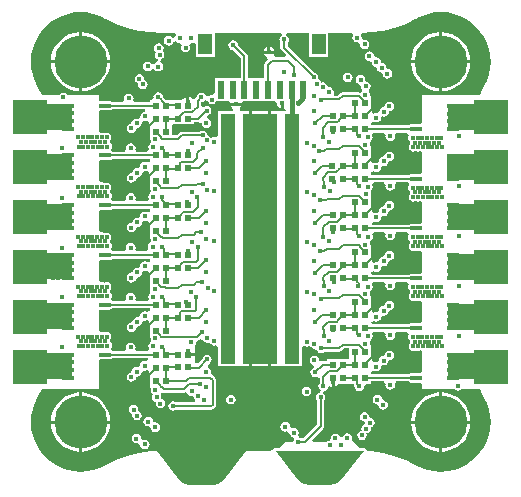
<source format=gtl>
G04*
G04 #@! TF.GenerationSoftware,Altium Limited,Altium Designer,24.6.1 (21)*
G04*
G04 Layer_Physical_Order=1*
G04 Layer_Color=255*
%FSLAX44Y44*%
%MOMM*%
G71*
G04*
G04 #@! TF.SameCoordinates,C8D772FE-2820-431E-A14A-531BD9A9DE4E*
G04*
G04*
G04 #@! TF.FilePolarity,Positive*
G04*
G01*
G75*
%ADD10C,0.2000*%
G04:AMPARAMS|DCode=13|XSize=0.4mm|YSize=0.95mm|CornerRadius=0.074mm|HoleSize=0mm|Usage=FLASHONLY|Rotation=90.000|XOffset=0mm|YOffset=0mm|HoleType=Round|Shape=RoundedRectangle|*
%AMROUNDEDRECTD13*
21,1,0.4000,0.8020,0,0,90.0*
21,1,0.2520,0.9500,0,0,90.0*
1,1,0.1480,0.4010,0.1260*
1,1,0.1480,0.4010,-0.1260*
1,1,0.1480,-0.4010,-0.1260*
1,1,0.1480,-0.4010,0.1260*
%
%ADD13ROUNDEDRECTD13*%
%ADD14R,1.3000X1.5000*%
%ADD15R,1.2000X1.8000*%
%ADD16R,0.6000X1.5500*%
%ADD17R,0.5600X0.6000*%
%ADD18R,2.8000X2.8000*%
%ADD30C,0.4000*%
%ADD31R,2.8750X21.1367*%
%ADD32R,1.3000X21.1367*%
%ADD33R,3.2925X2.3135*%
%ADD34R,3.2925X2.3250*%
%ADD35R,3.2925X2.3043*%
%ADD36R,3.0000X3.0000*%
%ADD37C,1.5240*%
%ADD38C,4.5000*%
%ADD39C,0.4000*%
G36*
X361239Y402731D02*
X366639Y401657D01*
X371853Y399887D01*
X376791Y397452D01*
X381368Y394393D01*
X385508Y390763D01*
X389138Y386623D01*
X392197Y382046D01*
X394632Y377108D01*
X396402Y371894D01*
X397476Y366494D01*
X397836Y361000D01*
X397476Y355506D01*
X396402Y350106D01*
X394632Y344893D01*
X392674Y340922D01*
X392673Y340922D01*
X392298Y340289D01*
X391763Y339158D01*
X388850Y333000D01*
X340102Y333000D01*
Y310023D01*
X338862Y308230D01*
X330842D01*
X329773Y308018D01*
X328867Y307412D01*
X328749Y307236D01*
X296608D01*
Y309177D01*
X297148Y309622D01*
X299148Y310140D01*
X299495Y309909D01*
X301056Y309598D01*
X302617Y309909D01*
X303940Y310793D01*
X304824Y312116D01*
X305061Y313309D01*
X305400Y313844D01*
X306946Y314818D01*
X307682Y314672D01*
X309243Y314982D01*
X310566Y315866D01*
X311450Y317189D01*
X311461Y317244D01*
X312250Y319126D01*
X313811Y319437D01*
X315134Y320321D01*
X316018Y321644D01*
X316328Y323205D01*
X316018Y324765D01*
X315134Y326088D01*
X313811Y326973D01*
X312250Y327283D01*
X310689Y326973D01*
X309366Y326088D01*
X308482Y324765D01*
X308471Y324711D01*
X307682Y322828D01*
X306121Y322518D01*
X304798Y321634D01*
X303914Y320311D01*
X303677Y319118D01*
X303338Y318582D01*
X301791Y317609D01*
X301056Y317755D01*
X299495Y317445D01*
X299148Y317213D01*
X297148Y318282D01*
Y320702D01*
X297148D01*
X296608Y321162D01*
Y331162D01*
X296608D01*
X295984Y332903D01*
X295707Y334293D01*
X295116Y335177D01*
X294823Y335616D01*
X295066Y337366D01*
X295950Y338689D01*
X296260Y340250D01*
X295950Y341811D01*
X295066Y343134D01*
X293743Y344018D01*
X293531Y344060D01*
X291828Y345750D01*
X291518Y347311D01*
X290634Y348634D01*
X289311Y349518D01*
X287750Y349828D01*
X286189Y349518D01*
X284866Y348634D01*
X283982Y347311D01*
X283672Y345750D01*
X283982Y344189D01*
X284866Y342866D01*
X286189Y341982D01*
X286401Y341940D01*
X288104Y340250D01*
X288414Y338689D01*
X289005Y337805D01*
X289298Y337366D01*
X289122Y336096D01*
X287838Y335137D01*
X287348Y334841D01*
X286252Y335059D01*
X286252Y335059D01*
X272504D01*
X271333Y334826D01*
X270341Y334163D01*
X268486Y332309D01*
X266175D01*
X265660Y332928D01*
X264920Y334309D01*
X265152Y335473D01*
X264841Y337034D01*
X263957Y338357D01*
X262634Y339241D01*
X261073Y339552D01*
X259620Y340923D01*
X259575Y341151D01*
X258691Y342475D01*
X257368Y343358D01*
X255807Y343669D01*
X254401Y343389D01*
X254268Y344061D01*
X253384Y345384D01*
X252061Y346268D01*
X251838Y346312D01*
X251826Y346341D01*
X252137Y347901D01*
X251826Y349462D01*
X250942Y350785D01*
X249619Y351670D01*
X248367Y351918D01*
X226059Y374227D01*
Y377378D01*
X226768Y378439D01*
X227078Y380000D01*
X226768Y381561D01*
X225884Y382884D01*
X225049Y383441D01*
X225619Y385441D01*
X244400D01*
Y364992D01*
X260400D01*
Y385441D01*
X280167D01*
X281236Y383441D01*
X280982Y383061D01*
X280672Y381500D01*
X280982Y379939D01*
X281866Y378616D01*
X283189Y377732D01*
X284750Y377422D01*
X285494Y377570D01*
X287109Y376250D01*
X287227Y376031D01*
X287172Y375750D01*
X287482Y374189D01*
X288366Y372866D01*
X289689Y371982D01*
X291250Y371672D01*
X292811Y371982D01*
X294134Y372866D01*
X295018Y374189D01*
X295328Y375750D01*
X295018Y377311D01*
X294134Y378634D01*
X292811Y379518D01*
X291250Y379828D01*
X290506Y379680D01*
X288891Y380999D01*
X288773Y381219D01*
X288828Y381500D01*
X288518Y383061D01*
X288249Y383463D01*
X289266Y385516D01*
X296529Y385873D01*
X306540Y387357D01*
X316357Y389817D01*
X325885Y393226D01*
X333889Y397011D01*
X335034Y397553D01*
X335039Y397556D01*
X335667Y397929D01*
X339638Y399887D01*
X344851Y401657D01*
X350251Y402731D01*
X355745Y403091D01*
X361239Y402731D01*
D02*
G37*
G36*
X56239D02*
X61639Y401657D01*
X66853Y399887D01*
X70824Y397929D01*
X70824Y397929D01*
X71456Y397553D01*
X72588Y397017D01*
X80605Y393226D01*
X90133Y389817D01*
X99950Y387357D01*
X109961Y385873D01*
X120069Y385376D01*
Y385441D01*
X130414D01*
X130644Y385165D01*
X131224Y383641D01*
X130302Y381826D01*
X128423Y381553D01*
X128302Y381733D01*
X126979Y382617D01*
X125419Y382928D01*
X123858Y382617D01*
X122535Y381733D01*
X121651Y380410D01*
X121340Y378849D01*
X121651Y377289D01*
X122535Y375965D01*
X123858Y375081D01*
X125419Y374771D01*
X126979Y375081D01*
X128302Y375965D01*
X129186Y377289D01*
X129337Y378047D01*
X131455Y378478D01*
X131646Y378191D01*
X132969Y377307D01*
X134530Y376997D01*
X135069Y377104D01*
X136238Y375297D01*
X135795Y374634D01*
X135484Y373073D01*
X135795Y371513D01*
X136679Y370190D01*
X138002Y369305D01*
X139563Y368995D01*
X141123Y369305D01*
X142446Y370190D01*
X143330Y371513D01*
X143641Y373073D01*
X143330Y374634D01*
X142902Y375276D01*
X144096Y377077D01*
X144500Y376997D01*
X146061Y377307D01*
X146400Y377534D01*
X148400Y376465D01*
Y364992D01*
X164400D01*
Y385441D01*
X220381D01*
X220951Y383441D01*
X220116Y382884D01*
X219232Y381561D01*
X218922Y380000D01*
X219232Y378439D01*
X219941Y377378D01*
Y372960D01*
X219941Y372960D01*
X220174Y371789D01*
X220837Y370797D01*
X224575Y367059D01*
X223747Y365059D01*
X215232D01*
X214163Y367059D01*
X214277Y367229D01*
X214376Y367730D01*
X205624D01*
X205723Y367229D01*
X206727Y365727D01*
X208229Y364723D01*
X208513Y364667D01*
X209171Y362497D01*
X207237Y360563D01*
X206574Y359570D01*
X206341Y358400D01*
X206341Y358400D01*
Y346992D01*
X196400D01*
X194400Y346992D01*
X192458Y347134D01*
Y365600D01*
X192226Y366771D01*
X191563Y367763D01*
X191562Y367763D01*
X184017Y375309D01*
X183768Y376561D01*
X182884Y377884D01*
X181561Y378768D01*
X180000Y379078D01*
X178439Y378768D01*
X177116Y377884D01*
X176232Y376561D01*
X175922Y375000D01*
X176232Y373439D01*
X177116Y372116D01*
X178439Y371232D01*
X179691Y370983D01*
X186341Y364333D01*
Y347134D01*
X184400Y346992D01*
Y346992D01*
X176400D01*
X174400Y346992D01*
X172400Y346992D01*
X164400D01*
Y334429D01*
X162400Y332998D01*
X162000Y333078D01*
X160439Y332767D01*
X159116Y331883D01*
X158981Y331682D01*
X156858Y332104D01*
X156768Y332560D01*
X155884Y333883D01*
X154560Y334767D01*
X153000Y335078D01*
X151439Y334767D01*
X150116Y333883D01*
X149232Y332560D01*
X148983Y331308D01*
X147793Y330118D01*
X147563Y329773D01*
X147263Y329438D01*
X146030Y329504D01*
X145296Y329572D01*
X144740Y330405D01*
X143238Y331408D01*
X142737Y331508D01*
Y327132D01*
X140197D01*
Y331508D01*
X139695Y331408D01*
X138193Y330405D01*
X137517Y329393D01*
X136542D01*
Y328853D01*
X128382D01*
Y328853D01*
X127722Y328853D01*
Y328853D01*
X122447D01*
X122154Y329147D01*
X122098Y329429D01*
X121434Y330421D01*
X121434Y330421D01*
X120517Y331339D01*
X120268Y332591D01*
X119384Y333914D01*
X118061Y334798D01*
X116500Y335108D01*
X114939Y334798D01*
X113616Y333914D01*
X112732Y332591D01*
X112422Y331030D01*
X112457Y330853D01*
X110921Y328853D01*
X109422D01*
Y326912D01*
X96697D01*
X96259Y327360D01*
X95375Y328912D01*
X95578Y329934D01*
X95268Y331494D01*
X94384Y332818D01*
X93061Y333702D01*
X91500Y334012D01*
X89939Y333702D01*
X88616Y332818D01*
X87732Y331494D01*
X87422Y329934D01*
X87625Y328912D01*
X86741Y327360D01*
X86303Y326912D01*
X77281D01*
X77163Y327089D01*
X76257Y327694D01*
X75188Y327907D01*
X67168D01*
X66428Y328514D01*
Y333000D01*
X39388D01*
X38914Y333709D01*
X37591Y334593D01*
X36030Y334904D01*
X34469Y334593D01*
X33146Y333709D01*
X32672Y333000D01*
X17640D01*
X14728Y339158D01*
X14193Y340288D01*
X13817Y340922D01*
X13817Y340922D01*
X11858Y344893D01*
X10089Y350106D01*
X9015Y355506D01*
X8655Y361000D01*
X9015Y366494D01*
X10089Y371894D01*
X11858Y377108D01*
X14294Y382046D01*
X17352Y386623D01*
X20983Y390763D01*
X25122Y394393D01*
X29700Y397452D01*
X34638Y399887D01*
X39851Y401657D01*
X45251Y402731D01*
X50745Y403091D01*
X56239Y402731D01*
D02*
G37*
G36*
X158141Y327894D02*
X158232Y327439D01*
X159116Y326115D01*
X160439Y325231D01*
X162000Y324921D01*
X163560Y325231D01*
X164883Y326115D01*
X165768Y327439D01*
X165778Y327492D01*
X174400Y327492D01*
X175983D01*
X176891Y326269D01*
X187108D01*
X188016Y327492D01*
X194400Y327492D01*
X196400Y327492D01*
X212400D01*
X214400Y327492D01*
D01*
X214400D01*
X216153Y326897D01*
X216896Y325992D01*
X217248Y324221D01*
X218251Y322719D01*
X219753Y321716D01*
X220254Y321616D01*
Y325992D01*
X222794D01*
Y321616D01*
X222874Y321632D01*
X224116Y320649D01*
X224493Y320160D01*
X224201Y318995D01*
X223000D01*
X222803Y318955D01*
X221316Y318955D01*
X219540Y319496D01*
X219224Y319496D01*
X211770D01*
Y309456D01*
X209230D01*
Y319496D01*
X196020D01*
Y309456D01*
X193480D01*
Y319496D01*
X186026D01*
X185710Y319496D01*
X185618Y319559D01*
X185273Y321726D01*
X186276Y323228D01*
X186376Y323729D01*
X177623D01*
X177723Y323228D01*
X178727Y321726D01*
X179821Y320995D01*
X179444Y318995D01*
X169250D01*
X169053Y318955D01*
X167250D01*
Y317153D01*
X167211Y316956D01*
Y298480D01*
X166567Y297954D01*
X165211Y297232D01*
X164030Y297467D01*
X162469Y297157D01*
X161438Y296468D01*
X160635Y297670D01*
X159312Y298554D01*
X158028Y298809D01*
X157725Y300329D01*
X156841Y301652D01*
X155518Y302536D01*
X153958Y302847D01*
X152397Y302536D01*
X151335Y301827D01*
X136288D01*
X136288Y301827D01*
X135118Y301594D01*
X134125Y300931D01*
X132078Y298884D01*
X127722D01*
Y306187D01*
X128054Y307055D01*
X129269Y307913D01*
X146682D01*
Y309830D01*
X150367D01*
X150367Y309830D01*
X151361Y310028D01*
X152204Y309571D01*
X153247Y308800D01*
X153512Y307469D01*
X154396Y306146D01*
X155719Y305262D01*
X157280Y304952D01*
X158841Y305262D01*
X160164Y306146D01*
X161048Y307469D01*
X161358Y309030D01*
X161048Y310591D01*
X160164Y311914D01*
X158841Y312798D01*
X157899Y314963D01*
X157913Y314996D01*
X158655Y315728D01*
X159003Y315797D01*
X160326Y316681D01*
X161210Y318004D01*
X161520Y319565D01*
X161210Y321126D01*
X160326Y322449D01*
X159003Y323333D01*
X157442Y323643D01*
X155881Y323333D01*
X154955Y322714D01*
X154654Y322757D01*
X153529Y323243D01*
X153015Y323640D01*
Y326689D01*
X153308Y326982D01*
X154560Y327231D01*
X155884Y328116D01*
X156018Y328317D01*
X158141Y327894D01*
D02*
G37*
G36*
X105080Y318794D02*
X103854Y318551D01*
X102531Y317666D01*
X101647Y316343D01*
X101336Y314783D01*
X101439Y314269D01*
X100631Y313529D01*
X99666Y312928D01*
X98360Y313188D01*
X96799Y312878D01*
X95476Y311994D01*
X94592Y310670D01*
X93780Y308904D01*
X92219Y308593D01*
X90896Y307709D01*
X90012Y306386D01*
X89702Y304825D01*
X90012Y303265D01*
X90896Y301942D01*
X92219Y301057D01*
X93780Y300747D01*
X95341Y301057D01*
X96664Y301942D01*
X97548Y303265D01*
X98360Y305031D01*
X99921Y305342D01*
X101244Y306226D01*
X102128Y307549D01*
X102438Y309110D01*
X102336Y309624D01*
X103143Y310363D01*
X104108Y310964D01*
X105415Y310704D01*
X106882Y310996D01*
X106994Y311003D01*
X108882Y309883D01*
Y307281D01*
X108882D01*
X109422Y306821D01*
Y298669D01*
X109422Y296821D01*
X109736Y295958D01*
X110056Y294849D01*
X110190Y293446D01*
X109349Y291595D01*
X109146Y291459D01*
X108262Y290136D01*
X107952Y288575D01*
X108262Y287015D01*
X108425Y286771D01*
X107356Y284771D01*
X98447D01*
X98009Y285219D01*
X97125Y286771D01*
X97328Y287793D01*
X97018Y289354D01*
X96134Y290677D01*
X94811Y291561D01*
X93250Y291871D01*
X91689Y291561D01*
X90366Y290677D01*
X89482Y289354D01*
X89171Y287793D01*
X89375Y286771D01*
X88491Y285219D01*
X88053Y284771D01*
X77289D01*
X77248Y284820D01*
X77163Y284948D01*
X76787Y287283D01*
X76822Y287398D01*
X76955Y287598D01*
X77266Y289159D01*
X76955Y290719D01*
X76084Y292024D01*
X76069Y292052D01*
X75989Y292418D01*
X75866Y294393D01*
X76516Y295366D01*
X76827Y296927D01*
X76516Y298487D01*
X75632Y299810D01*
X74309Y300695D01*
X72748Y301005D01*
X71188Y300695D01*
X70748Y300401D01*
X70309Y300695D01*
X68748Y301005D01*
X68428Y300941D01*
X66439Y302400D01*
X66428Y302427D01*
Y319192D01*
X67168Y319800D01*
X75188D01*
X76257Y320012D01*
X77163Y320618D01*
X77281Y320794D01*
X104883D01*
X105080Y318794D01*
D02*
G37*
G36*
X328725Y299389D02*
X328660Y298674D01*
X328335Y298187D01*
X328024Y296627D01*
X328335Y295066D01*
X329206Y293761D01*
X329221Y293733D01*
X329301Y293368D01*
X329424Y291392D01*
X328774Y290420D01*
X328463Y288859D01*
X328774Y287298D01*
X329658Y285975D01*
X330981Y285091D01*
X332542Y284780D01*
X334102Y285091D01*
X334542Y285384D01*
X334981Y285091D01*
X336542Y284780D01*
X338102Y285091D01*
X338230Y285176D01*
X340102Y284394D01*
Y267818D01*
X338613Y266089D01*
X330593D01*
X329524Y265877D01*
X328617Y265271D01*
X328499Y265095D01*
X296359D01*
Y267036D01*
X296899Y267467D01*
X298899Y268166D01*
X299495Y267768D01*
X301056Y267457D01*
X302617Y267768D01*
X303940Y268652D01*
X304824Y269975D01*
X305054Y271133D01*
X305322Y271649D01*
X306954Y272639D01*
X307500Y272531D01*
X309061Y272841D01*
X310384Y273725D01*
X311268Y275048D01*
X311286Y275138D01*
X312151Y276796D01*
X313493Y277233D01*
X313811Y277296D01*
X315134Y278180D01*
X316018Y279503D01*
X316328Y281064D01*
X316018Y282624D01*
X315134Y283948D01*
X313811Y284832D01*
X312250Y285142D01*
X310689Y284832D01*
X309366Y283948D01*
X308482Y282624D01*
X308464Y282535D01*
X307599Y280877D01*
X306257Y280440D01*
X305939Y280377D01*
X304616Y279493D01*
X303732Y278170D01*
X303502Y277012D01*
X303234Y276495D01*
X301602Y275506D01*
X301056Y275614D01*
X299495Y275304D01*
X298899Y274905D01*
X296899Y275840D01*
Y278547D01*
X296899D01*
X296359Y279007D01*
Y289007D01*
X296359Y289007D01*
X296359D01*
X295967Y290845D01*
X295885Y291257D01*
X295731Y292193D01*
X296826Y294077D01*
X296884Y294116D01*
X297768Y295439D01*
X298078Y297000D01*
X297768Y298561D01*
X297396Y299118D01*
X298363Y301118D01*
X307583D01*
X308021Y300670D01*
X308905Y299118D01*
X308702Y298096D01*
X309012Y296535D01*
X309896Y295212D01*
X311219Y294328D01*
X312780Y294018D01*
X314341Y294328D01*
X315664Y295212D01*
X316548Y296535D01*
X316859Y298096D01*
X316655Y299118D01*
X317539Y300670D01*
X317977Y301118D01*
X327321D01*
X328725Y299389D01*
D02*
G37*
G36*
X109357Y276653D02*
X108882Y276220D01*
X106882Y275749D01*
X106535Y275980D01*
X104974Y276291D01*
X103413Y275980D01*
X102090Y275096D01*
X101206Y273773D01*
X100976Y272615D01*
X100708Y272099D01*
X99076Y271109D01*
X98530Y271217D01*
X96969Y270907D01*
X95646Y270023D01*
X94762Y268700D01*
X94744Y268610D01*
X93879Y266953D01*
X92536Y266515D01*
X92219Y266452D01*
X90896Y265568D01*
X90012Y264245D01*
X89702Y262684D01*
X90012Y261124D01*
X90896Y259801D01*
X92219Y258916D01*
X93780Y258606D01*
X95341Y258916D01*
X96664Y259801D01*
X97548Y261124D01*
X97566Y261213D01*
X98431Y262871D01*
X99774Y263308D01*
X100091Y263371D01*
X101414Y264255D01*
X102298Y265578D01*
X102528Y266737D01*
X102796Y267253D01*
X104428Y268243D01*
X104974Y268134D01*
X106535Y268444D01*
X106882Y268676D01*
X108882Y267607D01*
Y265140D01*
X108882D01*
X109422Y264680D01*
Y256528D01*
X109422Y254680D01*
X109912Y253334D01*
X110037Y252804D01*
X110144Y251306D01*
X109168Y249724D01*
X109146Y249709D01*
X108262Y248386D01*
X107952Y246825D01*
X108262Y245265D01*
X108628Y244717D01*
X107652Y242717D01*
X98447D01*
X98009Y243165D01*
X97125Y244717D01*
X97328Y245739D01*
X97018Y247300D01*
X96134Y248623D01*
X94811Y249507D01*
X93250Y249818D01*
X91689Y249507D01*
X90366Y248623D01*
X89482Y247300D01*
X89171Y245739D01*
X89375Y244717D01*
X88491Y243165D01*
X88053Y242717D01*
X77347D01*
X77140Y242947D01*
X76787Y245143D01*
X76822Y245257D01*
X76955Y245457D01*
X77266Y247018D01*
X76955Y248578D01*
X76084Y249883D01*
X76069Y249911D01*
X75989Y250277D01*
X75866Y252252D01*
X76516Y253225D01*
X76827Y254786D01*
X76516Y256346D01*
X75632Y257670D01*
X74309Y258554D01*
X72748Y258864D01*
X71188Y258554D01*
X70748Y258260D01*
X70309Y258554D01*
X68748Y258864D01*
X68428Y258800D01*
X66439Y260259D01*
X66428Y260286D01*
Y277051D01*
X67168Y277659D01*
X75188D01*
X76257Y277871D01*
X77163Y278477D01*
X77281Y278654D01*
X109356D01*
X109357Y276653D01*
D02*
G37*
G36*
X328630Y258198D02*
X328665Y256482D01*
X328335Y255987D01*
X328024Y254427D01*
X328335Y252866D01*
X329206Y251561D01*
X329221Y251533D01*
X329301Y251168D01*
X329424Y249192D01*
X328774Y248220D01*
X328463Y246659D01*
X328774Y245098D01*
X329658Y243775D01*
X330981Y242891D01*
X332542Y242580D01*
X334102Y242891D01*
X334542Y243184D01*
X334981Y242891D01*
X336542Y242580D01*
X338102Y242891D01*
X338230Y242976D01*
X340102Y242194D01*
Y225741D01*
X338862Y223948D01*
X330842D01*
X329773Y223736D01*
X328867Y223130D01*
X328749Y222954D01*
X298023D01*
X297631Y223345D01*
X297558Y223659D01*
X298165Y225639D01*
X299148Y225859D01*
X299495Y225627D01*
X301056Y225317D01*
X302617Y225627D01*
X303940Y226511D01*
X304824Y227834D01*
X305054Y228992D01*
X305322Y229508D01*
X306954Y230499D01*
X307500Y230390D01*
X309061Y230700D01*
X310384Y231584D01*
X311268Y232908D01*
X311348Y233312D01*
X312017Y234690D01*
X313431Y235406D01*
X313811Y235482D01*
X315134Y236366D01*
X316018Y237689D01*
X316328Y239250D01*
X316018Y240811D01*
X315134Y242134D01*
X313811Y243018D01*
X312250Y243328D01*
X310689Y243018D01*
X309366Y242134D01*
X308482Y240811D01*
X308402Y240406D01*
X307733Y239028D01*
X306319Y238312D01*
X305939Y238236D01*
X304616Y237352D01*
X303732Y236029D01*
X303502Y234871D01*
X303234Y234354D01*
X301602Y233365D01*
X301056Y233473D01*
X299495Y233163D01*
X299148Y232931D01*
X297148Y234000D01*
Y236493D01*
X297148D01*
X296608Y236953D01*
Y246953D01*
X296608Y246953D01*
X296578Y248750D01*
X296543Y248926D01*
X296369Y249800D01*
X296268Y250311D01*
X296884Y252366D01*
X297768Y253689D01*
X298078Y255250D01*
X297768Y256811D01*
X297657Y256977D01*
X298726Y258977D01*
X307583D01*
X308021Y258529D01*
X308905Y256977D01*
X308702Y255955D01*
X309012Y254394D01*
X309896Y253071D01*
X311219Y252187D01*
X312780Y251877D01*
X314341Y252187D01*
X315664Y253071D01*
X316548Y254394D01*
X316859Y255955D01*
X316655Y256977D01*
X317539Y258529D01*
X317977Y258977D01*
X328113D01*
X328630Y258198D01*
D02*
G37*
G36*
X109422Y234571D02*
X108882Y234079D01*
X106882Y233695D01*
X106535Y233927D01*
X104974Y234237D01*
X103413Y233927D01*
X102090Y233043D01*
X101206Y231719D01*
X100976Y230561D01*
X100708Y230045D01*
X99076Y229055D01*
X98530Y229164D01*
X96969Y228853D01*
X95646Y227969D01*
X94762Y226646D01*
X94744Y226556D01*
X93879Y224899D01*
X92536Y224462D01*
X92219Y224399D01*
X90896Y223515D01*
X90012Y222192D01*
X89702Y220631D01*
X90012Y219070D01*
X90896Y217747D01*
X92219Y216863D01*
X93780Y216552D01*
X95341Y216863D01*
X96664Y217747D01*
X97548Y219070D01*
X97566Y219160D01*
X98431Y220817D01*
X99774Y221254D01*
X100091Y221317D01*
X101414Y222201D01*
X102298Y223525D01*
X102528Y224683D01*
X102796Y225199D01*
X104428Y226189D01*
X104974Y226080D01*
X106535Y226391D01*
X106882Y226622D01*
X108882Y225553D01*
Y222999D01*
X108882D01*
X109422Y222539D01*
Y214387D01*
X109422Y212539D01*
X109735Y211685D01*
X110032Y210676D01*
X110071Y210356D01*
X110171Y209188D01*
X109268Y207457D01*
X108896Y207209D01*
X108012Y205886D01*
X107702Y204325D01*
X108012Y202765D01*
X108196Y202489D01*
X107127Y200489D01*
X98447D01*
X98009Y200937D01*
X97125Y202489D01*
X97328Y203511D01*
X97018Y205072D01*
X96134Y206395D01*
X94811Y207279D01*
X93250Y207589D01*
X91689Y207279D01*
X90366Y206395D01*
X89482Y205072D01*
X89171Y203511D01*
X89375Y202489D01*
X88491Y200937D01*
X88053Y200489D01*
X77289D01*
X77147Y200664D01*
X76740Y202906D01*
X76782Y203056D01*
X76955Y203316D01*
X77266Y204877D01*
X76955Y206438D01*
X76084Y207742D01*
X76069Y207771D01*
X75989Y208136D01*
X75866Y210111D01*
X76516Y211084D01*
X76827Y212645D01*
X76516Y214205D01*
X75632Y215529D01*
X74309Y216413D01*
X72748Y216723D01*
X71188Y216413D01*
X70748Y216119D01*
X70309Y216413D01*
X68748Y216723D01*
X68428Y216659D01*
X66439Y218118D01*
X66428Y218145D01*
Y234910D01*
X67168Y235518D01*
X75188D01*
X76257Y235730D01*
X77163Y236336D01*
X77339Y236600D01*
X109422D01*
Y234571D01*
D02*
G37*
G36*
X328699Y215119D02*
X328622Y214418D01*
X328335Y213987D01*
X328024Y212427D01*
X328335Y210866D01*
X329206Y209561D01*
X329221Y209533D01*
X329301Y209168D01*
X329424Y207192D01*
X328774Y206220D01*
X328463Y204659D01*
X328774Y203098D01*
X329658Y201775D01*
X330981Y200891D01*
X332542Y200580D01*
X334102Y200891D01*
X334542Y201184D01*
X334981Y200891D01*
X336542Y200580D01*
X338102Y200891D01*
X338230Y200976D01*
X340102Y200194D01*
Y183513D01*
X338862Y181720D01*
X330842D01*
X329773Y181508D01*
X328867Y180902D01*
X328749Y180725D01*
X298082D01*
X296671Y182143D01*
X296674Y182726D01*
X297148Y183154D01*
X299148Y183630D01*
X299495Y183399D01*
X301056Y183088D01*
X302617Y183399D01*
X303940Y184283D01*
X304824Y185606D01*
X305054Y186764D01*
X305322Y187280D01*
X306954Y188270D01*
X307500Y188162D01*
X309061Y188472D01*
X310384Y189356D01*
X311268Y190679D01*
X311286Y190769D01*
X312151Y192426D01*
X313493Y192864D01*
X313811Y192927D01*
X315134Y193811D01*
X316018Y195134D01*
X316328Y196695D01*
X316018Y198255D01*
X315134Y199578D01*
X313811Y200462D01*
X312250Y200773D01*
X310689Y200462D01*
X309366Y199578D01*
X308482Y198255D01*
X308464Y198166D01*
X307599Y196508D01*
X306257Y196071D01*
X305939Y196008D01*
X304616Y195124D01*
X303732Y193801D01*
X303502Y192642D01*
X303234Y192126D01*
X301602Y191136D01*
X301056Y191245D01*
X299495Y190935D01*
X299148Y190703D01*
X297148Y191772D01*
Y194234D01*
X297148D01*
X296608Y194694D01*
Y202846D01*
X296608Y204694D01*
X296276Y205609D01*
X295967Y206693D01*
X295818Y208075D01*
X295811Y209232D01*
X297134Y210116D01*
X298018Y211439D01*
X298328Y213000D01*
X298018Y214561D01*
X297834Y214836D01*
X298903Y216836D01*
X307583D01*
X308021Y216388D01*
X308905Y214836D01*
X308702Y213814D01*
X309012Y212254D01*
X309896Y210931D01*
X311219Y210046D01*
X312780Y209736D01*
X314341Y210046D01*
X315664Y210931D01*
X316548Y212254D01*
X316859Y213814D01*
X316655Y214836D01*
X317539Y216388D01*
X317977Y216836D01*
X327380D01*
X328699Y215119D01*
D02*
G37*
G36*
X109422Y192343D02*
X108882Y191851D01*
X106882Y191467D01*
X106535Y191698D01*
X104974Y192009D01*
X103413Y191698D01*
X102090Y190814D01*
X101206Y189491D01*
X100976Y188333D01*
X100708Y187817D01*
X99076Y186827D01*
X98530Y186936D01*
X96969Y186625D01*
X95646Y185741D01*
X94762Y184418D01*
X94682Y184014D01*
X94013Y182635D01*
X92599Y181919D01*
X92219Y181843D01*
X90896Y180959D01*
X90012Y179636D01*
X89702Y178075D01*
X90012Y176515D01*
X90896Y175191D01*
X92219Y174307D01*
X93780Y173997D01*
X95341Y174307D01*
X96664Y175191D01*
X97548Y176515D01*
X97628Y176919D01*
X98297Y178297D01*
X99711Y179014D01*
X100091Y179089D01*
X101414Y179973D01*
X102298Y181296D01*
X102528Y182455D01*
X102796Y182971D01*
X104428Y183961D01*
X104974Y183852D01*
X106535Y184163D01*
X106882Y184394D01*
X108882Y183325D01*
Y180771D01*
X108882D01*
X109422Y180311D01*
Y170311D01*
X109422Y170311D01*
X109452Y168575D01*
X109498Y168342D01*
X109661Y167525D01*
X109762Y167015D01*
X109146Y164959D01*
X108262Y163636D01*
X107952Y162075D01*
X108262Y160515D01*
X108373Y160348D01*
X107304Y158348D01*
X98447D01*
X98009Y158796D01*
X97125Y160348D01*
X97328Y161370D01*
X97018Y162931D01*
X96134Y164254D01*
X94811Y165138D01*
X93250Y165448D01*
X91689Y165138D01*
X90366Y164254D01*
X89482Y162931D01*
X89171Y161370D01*
X89375Y160348D01*
X88491Y158796D01*
X88053Y158348D01*
X77328D01*
X77161Y158541D01*
X76819Y160865D01*
X76849Y160957D01*
X76955Y161116D01*
X77266Y162677D01*
X76955Y164238D01*
X76084Y165542D01*
X76069Y165571D01*
X75989Y165936D01*
X75866Y167911D01*
X76516Y168884D01*
X76827Y170445D01*
X76516Y172006D01*
X75632Y173329D01*
X74309Y174213D01*
X72748Y174523D01*
X71188Y174213D01*
X70748Y173919D01*
X70309Y174213D01*
X68748Y174523D01*
X68428Y174459D01*
X66439Y175918D01*
X66428Y175945D01*
Y192682D01*
X67168Y193290D01*
X75188D01*
X76257Y193502D01*
X77163Y194108D01*
X77339Y194372D01*
X109422D01*
Y192343D01*
D02*
G37*
G36*
X328689Y172895D02*
X328609Y172198D01*
X328335Y171787D01*
X328024Y170227D01*
X328335Y168666D01*
X329206Y167361D01*
X329221Y167333D01*
X329301Y166968D01*
X329424Y164993D01*
X328774Y164020D01*
X328463Y162459D01*
X328774Y160898D01*
X329658Y159575D01*
X330981Y158691D01*
X332542Y158380D01*
X334102Y158691D01*
X334542Y158984D01*
X334981Y158691D01*
X336542Y158380D01*
X338102Y158691D01*
X338230Y158776D01*
X340102Y157994D01*
Y141459D01*
X338862Y139667D01*
X330842D01*
X329773Y139454D01*
X328867Y138848D01*
X328749Y138672D01*
X298048D01*
X296658Y140110D01*
X296678Y140672D01*
X297148Y141072D01*
X299148Y141577D01*
X299495Y141345D01*
X301056Y141035D01*
X302617Y141345D01*
X303940Y142229D01*
X304824Y143552D01*
X305054Y144711D01*
X305322Y145227D01*
X306954Y146217D01*
X307500Y146108D01*
X309061Y146419D01*
X310384Y147303D01*
X311268Y148626D01*
X311286Y148715D01*
X312151Y150373D01*
X313493Y150810D01*
X313811Y150873D01*
X315134Y151757D01*
X316018Y153080D01*
X316328Y154641D01*
X316018Y156202D01*
X315134Y157525D01*
X313811Y158409D01*
X312250Y158719D01*
X310689Y158409D01*
X309366Y157525D01*
X308482Y156202D01*
X308464Y156112D01*
X307599Y154454D01*
X306257Y154017D01*
X305939Y153954D01*
X304616Y153070D01*
X303732Y151747D01*
X303502Y150589D01*
X303234Y150073D01*
X301602Y149083D01*
X301056Y149191D01*
X299495Y148881D01*
X299148Y148649D01*
X297148Y149718D01*
Y152152D01*
X297148D01*
X296608Y152612D01*
Y160763D01*
X296608Y162612D01*
X296122Y163962D01*
X295994Y164508D01*
X295887Y166021D01*
X296862Y167601D01*
X296884Y167616D01*
X297768Y168939D01*
X298078Y170500D01*
X297768Y172061D01*
X297402Y172608D01*
X298378Y174608D01*
X307583D01*
X308021Y174160D01*
X308905Y172608D01*
X308702Y171586D01*
X309012Y170025D01*
X309896Y168702D01*
X311219Y167818D01*
X312780Y167508D01*
X314341Y167818D01*
X315664Y168702D01*
X316548Y170025D01*
X316859Y171586D01*
X316655Y172608D01*
X317539Y174160D01*
X317977Y174608D01*
X327398D01*
X328689Y172895D01*
D02*
G37*
G36*
X109357Y150231D02*
X108882Y149797D01*
X106882Y149326D01*
X106535Y149558D01*
X104974Y149868D01*
X103413Y149558D01*
X102090Y148673D01*
X101206Y147350D01*
X100976Y146192D01*
X100708Y145676D01*
X99076Y144686D01*
X98530Y144795D01*
X96969Y144484D01*
X95646Y143600D01*
X94762Y142277D01*
X94744Y142187D01*
X93879Y140530D01*
X92536Y140093D01*
X92219Y140030D01*
X90896Y139145D01*
X90012Y137822D01*
X89702Y136262D01*
X90012Y134701D01*
X90896Y133378D01*
X92219Y132494D01*
X93780Y132183D01*
X95341Y132494D01*
X96664Y133378D01*
X97548Y134701D01*
X97566Y134790D01*
X98431Y136448D01*
X99774Y136885D01*
X100091Y136948D01*
X101414Y137832D01*
X102298Y139156D01*
X102528Y140314D01*
X102796Y140830D01*
X104428Y141820D01*
X104974Y141711D01*
X106535Y142022D01*
X106882Y142253D01*
X108882Y141184D01*
Y138717D01*
X108882D01*
X109422Y138257D01*
Y130105D01*
X109422Y128257D01*
X109627Y127694D01*
X110006Y126503D01*
X110043Y126329D01*
X110154Y124883D01*
X109204Y123248D01*
X109146Y123209D01*
X108262Y121886D01*
X107952Y120325D01*
X108262Y118765D01*
X108634Y118207D01*
X107667Y116207D01*
X98447D01*
X98009Y116655D01*
X97125Y118208D01*
X97328Y119229D01*
X97018Y120790D01*
X96134Y122113D01*
X94811Y122997D01*
X93250Y123308D01*
X91689Y122997D01*
X90366Y122113D01*
X89482Y120790D01*
X89171Y119229D01*
X89375Y118208D01*
X88491Y116655D01*
X88053Y116207D01*
X77289D01*
X77248Y116256D01*
X77163Y116384D01*
X76787Y118720D01*
X76822Y118834D01*
X76955Y119034D01*
X77266Y120595D01*
X76955Y122156D01*
X76084Y123460D01*
X76069Y123489D01*
X75989Y123854D01*
X75866Y125829D01*
X76516Y126802D01*
X76827Y128363D01*
X76516Y129924D01*
X75632Y131247D01*
X74309Y132131D01*
X72748Y132441D01*
X71188Y132131D01*
X70748Y131837D01*
X70309Y132131D01*
X68748Y132441D01*
X68428Y132378D01*
X66439Y133837D01*
X66428Y133864D01*
Y150629D01*
X67168Y151236D01*
X75188D01*
X76257Y151449D01*
X77163Y152054D01*
X77281Y152231D01*
X109356D01*
X109357Y150231D01*
D02*
G37*
G36*
X328739Y130821D02*
X328681Y130105D01*
X328335Y129587D01*
X328024Y128027D01*
X328335Y126466D01*
X329206Y125161D01*
X329221Y125133D01*
X329301Y124768D01*
X329424Y122793D01*
X328774Y121819D01*
X328463Y120259D01*
X328774Y118698D01*
X329658Y117375D01*
X330981Y116491D01*
X332542Y116180D01*
X334102Y116491D01*
X334542Y116784D01*
X334981Y116491D01*
X336542Y116180D01*
X338102Y116491D01*
X338230Y116576D01*
X340102Y115794D01*
Y99318D01*
X338862Y97526D01*
X330842D01*
X329773Y97313D01*
X328867Y96708D01*
X328749Y96531D01*
X296674D01*
X296673Y98531D01*
X297148Y98965D01*
X299148Y99436D01*
X299495Y99204D01*
X301056Y98894D01*
X302617Y99204D01*
X303940Y100088D01*
X304824Y101411D01*
X305054Y102570D01*
X305322Y103086D01*
X306954Y104076D01*
X307500Y103967D01*
X309061Y104277D01*
X310384Y105162D01*
X311268Y106485D01*
X311286Y106574D01*
X312151Y108232D01*
X313493Y108669D01*
X313811Y108732D01*
X315134Y109616D01*
X316018Y110939D01*
X316328Y112500D01*
X316018Y114061D01*
X315134Y115384D01*
X313811Y116268D01*
X312250Y116578D01*
X310689Y116268D01*
X309366Y115384D01*
X308482Y114061D01*
X308464Y113971D01*
X307599Y112314D01*
X306257Y111876D01*
X305939Y111813D01*
X304616Y110929D01*
X303732Y109606D01*
X303502Y108448D01*
X303234Y107932D01*
X301602Y106942D01*
X301056Y107051D01*
X299495Y106740D01*
X299148Y106508D01*
X297148Y107577D01*
Y110045D01*
X297148D01*
X296608Y110505D01*
Y118656D01*
X296608Y120505D01*
X296294Y121367D01*
X295975Y122477D01*
X295840Y123880D01*
X296681Y125731D01*
X296884Y125866D01*
X297768Y127189D01*
X298078Y128750D01*
X297768Y130311D01*
X297605Y130554D01*
X298674Y132554D01*
X307583D01*
X308021Y132106D01*
X308905Y130554D01*
X308702Y129532D01*
X309012Y127972D01*
X309896Y126649D01*
X311219Y125765D01*
X312780Y125454D01*
X314341Y125765D01*
X315664Y126649D01*
X316548Y127972D01*
X316859Y129532D01*
X316655Y130554D01*
X317539Y132106D01*
X317977Y132554D01*
X327294D01*
X328739Y130821D01*
D02*
G37*
G36*
X154007Y125679D02*
X154084Y125592D01*
X154914Y124350D01*
X156237Y123466D01*
X157798Y123156D01*
X158228Y123241D01*
X160262Y123265D01*
X161146Y121941D01*
X162469Y121057D01*
X164030Y120747D01*
X165211Y120982D01*
X166567Y120260D01*
X167211Y119735D01*
Y105589D01*
X167250Y105392D01*
Y103589D01*
X169053D01*
X169250Y103550D01*
X182250D01*
X182447Y103589D01*
X183934Y103589D01*
X185710Y103049D01*
X186026Y103049D01*
X193480D01*
Y113089D01*
X196020D01*
Y103049D01*
X209230D01*
Y113089D01*
X211770D01*
Y103049D01*
X219224D01*
X219540Y103049D01*
X221316Y103589D01*
X222803Y103589D01*
X223000Y103550D01*
X236000D01*
X236197Y103589D01*
X238000D01*
Y105392D01*
X238039Y105589D01*
Y119367D01*
X240039Y120436D01*
X240439Y120168D01*
X242000Y119858D01*
X243561Y120168D01*
X243581Y120182D01*
X244982Y120485D01*
X245866Y119162D01*
X247189Y118278D01*
X248750Y117967D01*
X250708Y116984D01*
X251592Y115661D01*
X252915Y114777D01*
X254476Y114466D01*
X256036Y114777D01*
X257117Y115498D01*
X269742D01*
X269742Y115498D01*
X270912Y115731D01*
X271905Y116394D01*
X273952Y118441D01*
X278308D01*
Y111207D01*
X277968Y110281D01*
X276737Y109471D01*
X259370D01*
Y107495D01*
X255663D01*
X254669Y107298D01*
X253827Y107754D01*
X252783Y108525D01*
X252518Y109856D01*
X251634Y111179D01*
X250311Y112063D01*
X248750Y112374D01*
X247189Y112063D01*
X245866Y111179D01*
X244982Y109856D01*
X244672Y108295D01*
X244982Y106735D01*
X245866Y105412D01*
X247189Y104528D01*
X247948Y102338D01*
X247826Y101928D01*
X246503Y101044D01*
X245619Y99721D01*
X245308Y98160D01*
X245619Y96599D01*
X246503Y95276D01*
X247826Y94392D01*
X249387Y94082D01*
X250947Y94392D01*
X251077Y94479D01*
X253015Y93369D01*
Y88952D01*
X252306Y87891D01*
X251996Y86330D01*
X252306Y84769D01*
X253190Y83446D01*
X253878Y82987D01*
X253333Y80946D01*
X252439Y80768D01*
X251116Y79884D01*
X250232Y78561D01*
X249922Y77000D01*
X250232Y75439D01*
X250941Y74378D01*
Y53838D01*
X239162Y42059D01*
X237622D01*
X236561Y42768D01*
X235695Y42940D01*
X234826Y44720D01*
X234797Y45003D01*
X235148Y45529D01*
X235459Y47090D01*
X235148Y48651D01*
X234264Y49974D01*
X232941Y50858D01*
X231381Y51168D01*
X229820Y50858D01*
X228078Y52000D01*
X227768Y53561D01*
X226884Y54884D01*
X225561Y55768D01*
X224000Y56078D01*
X222439Y55768D01*
X221116Y54884D01*
X220232Y53561D01*
X219922Y52000D01*
X220232Y50439D01*
X221116Y49116D01*
X222439Y48232D01*
X224000Y47922D01*
X225561Y48232D01*
X227302Y47090D01*
X227613Y45529D01*
X228497Y44206D01*
X229820Y43322D01*
X230685Y43150D01*
X231554Y41370D01*
X231584Y41087D01*
X231232Y40561D01*
X230922Y39000D01*
X223813D01*
X218691Y33878D01*
X215749D01*
X215740Y33880D01*
X215474Y33966D01*
X215353Y33957D01*
X215233Y33981D01*
X214959Y33926D01*
X214681Y33904D01*
X214572Y33849D01*
X214453Y33825D01*
X214221Y33670D01*
X213972Y33543D01*
X213893Y33451D01*
X213792Y33383D01*
X213636Y33151D01*
X213455Y32938D01*
X213417Y32823D01*
X213349Y32722D01*
X213295Y32448D01*
X213209Y32182D01*
X211400Y31559D01*
X191029D01*
X190851Y31523D01*
X190669Y31538D01*
X190270Y31408D01*
X189859Y31326D01*
X189707Y31225D01*
X189534Y31168D01*
X189215Y30896D01*
X188866Y30663D01*
X188765Y30512D01*
X188626Y30393D01*
X170515Y7405D01*
X168374Y7919D01*
X168300Y8289D01*
X167736Y9132D01*
X167448Y10517D01*
X167736Y11902D01*
X168300Y12746D01*
X168400Y13247D01*
X164023D01*
Y15787D01*
X168400D01*
X168300Y16289D01*
X167736Y17132D01*
X167297Y19244D01*
X168300Y20746D01*
X168400Y21247D01*
X164023D01*
Y23787D01*
X168400D01*
X168300Y24289D01*
X167660Y25247D01*
X162024D01*
Y26517D01*
X160753D01*
Y30893D01*
X160252Y30794D01*
X160023Y30641D01*
X159795Y30794D01*
X159293Y30893D01*
Y26517D01*
X156754D01*
Y30893D01*
X156252Y30794D01*
X156024Y30641D01*
X155795Y30794D01*
X155294Y30894D01*
Y26517D01*
X152753D01*
Y30894D01*
X152252Y30794D01*
X152023Y30641D01*
X151795Y30794D01*
X151293Y30894D01*
Y26517D01*
X148753D01*
Y30894D01*
X148252Y30794D01*
X148024Y30641D01*
X147795Y30794D01*
X147294Y30894D01*
Y26517D01*
X144754D01*
Y30894D01*
X144252Y30794D01*
X144024Y30641D01*
X143795Y30794D01*
X143294Y30894D01*
Y26517D01*
X142023D01*
Y25247D01*
X137647D01*
X137747Y24746D01*
X138311Y23902D01*
X138599Y22517D01*
X138311Y21132D01*
X137747Y20289D01*
X137647Y19787D01*
X142023D01*
Y17247D01*
X137647D01*
X137747Y16746D01*
X138750Y15244D01*
Y13790D01*
X137747Y12289D01*
X137647Y11787D01*
X142023D01*
Y9247D01*
X137647D01*
X137747Y8746D01*
X138250Y7993D01*
X138231Y7797D01*
X137297Y7294D01*
X136161Y7171D01*
X117946Y30291D01*
X117807Y30409D01*
X117706Y30561D01*
X117357Y30794D01*
X117038Y31066D01*
X117038Y31066D01*
X116865Y31123D01*
X116714Y31224D01*
X116712Y31224D01*
X116302Y31306D01*
X115904Y31435D01*
X115664Y31432D01*
X115543Y31457D01*
X115406Y31429D01*
X115407Y31396D01*
X115376Y31394D01*
X109961Y31128D01*
X99950Y29643D01*
X90133Y27184D01*
X80605Y23774D01*
X72601Y19989D01*
X71456Y19448D01*
X71451Y19444D01*
X70824Y19072D01*
X66853Y17113D01*
X61639Y15344D01*
X56239Y14270D01*
X50745Y13909D01*
X45251Y14270D01*
X39851Y15344D01*
X34638Y17113D01*
X29700Y19549D01*
X25122Y22607D01*
X20982Y26238D01*
X17352Y30377D01*
X14294Y34955D01*
X11858Y39893D01*
X10089Y45106D01*
X9014Y50506D01*
X8654Y56000D01*
X9014Y61494D01*
X10089Y66894D01*
X11858Y72108D01*
X13817Y76079D01*
X13817Y76079D01*
X14193Y76712D01*
X14728Y77843D01*
X17640Y84000D01*
X66428Y84000D01*
Y108488D01*
X67168Y109095D01*
X75188D01*
X76257Y109308D01*
X77163Y109913D01*
X77281Y110090D01*
X107570D01*
X107995Y109502D01*
X107154Y107249D01*
X106882Y107185D01*
X106535Y107417D01*
X104974Y107727D01*
X103413Y107417D01*
X102090Y106532D01*
X101206Y105209D01*
X100969Y104016D01*
X100630Y103481D01*
X99084Y102507D01*
X98348Y102654D01*
X96787Y102343D01*
X95464Y101459D01*
X94580Y100136D01*
X94569Y100081D01*
X93780Y98199D01*
X92219Y97889D01*
X90896Y97005D01*
X90012Y95681D01*
X89702Y94121D01*
X90012Y92560D01*
X90896Y91237D01*
X92219Y90353D01*
X93780Y90042D01*
X95341Y90353D01*
X96664Y91237D01*
X97548Y92560D01*
X97858Y94121D01*
X98253Y94516D01*
X98348Y94497D01*
X99909Y94807D01*
X101232Y95691D01*
X102116Y97015D01*
X102353Y98208D01*
X102692Y98743D01*
X104239Y99717D01*
X104974Y99570D01*
X106535Y99881D01*
X106882Y100112D01*
X108882Y99043D01*
Y96576D01*
X108882D01*
X109422Y96116D01*
Y86116D01*
X109422Y86116D01*
X110144Y84116D01*
X109922Y83000D01*
X110232Y81439D01*
X111116Y80116D01*
X111915Y79583D01*
X111232Y78561D01*
X110922Y77000D01*
X111232Y75439D01*
X112116Y74116D01*
X113439Y73232D01*
X114490Y73023D01*
X114202Y71575D01*
X114512Y70015D01*
X115396Y68692D01*
X116719Y67807D01*
X118280Y67497D01*
X119841Y67807D01*
X121164Y68692D01*
X122048Y70015D01*
X122358Y71575D01*
X122048Y73136D01*
X121164Y74459D01*
X119841Y75343D01*
X118790Y75552D01*
X119078Y77000D01*
X118768Y78561D01*
X118397Y79115D01*
X118420Y80162D01*
X119346Y80780D01*
X120167Y81174D01*
X121338Y80941D01*
X121338Y80941D01*
X138000D01*
X138000Y80941D01*
X138982Y81137D01*
X139278Y81127D01*
X141189Y80291D01*
X142073Y78968D01*
X143396Y78084D01*
X144957Y77774D01*
X146194Y78020D01*
X146455Y76708D01*
X147339Y75385D01*
X147337Y72981D01*
X147077Y72634D01*
X131652D01*
X130591Y73343D01*
X129030Y73654D01*
X127469Y73343D01*
X126146Y72459D01*
X125262Y71136D01*
X124952Y69575D01*
X125262Y68015D01*
X126146Y66691D01*
X127469Y65807D01*
X129030Y65497D01*
X130591Y65807D01*
X131652Y66517D01*
X161454D01*
X161455Y66517D01*
X162625Y66749D01*
X163617Y67413D01*
X164789Y68584D01*
X164789Y68584D01*
X165452Y69576D01*
X165685Y70747D01*
X165685Y70747D01*
Y91364D01*
X165685Y91364D01*
X165452Y92534D01*
X164789Y93527D01*
X162582Y95734D01*
X161048Y96765D01*
X161358Y98325D01*
X161048Y99886D01*
X160164Y101209D01*
X158841Y102093D01*
X158579Y104181D01*
X159199Y105164D01*
X159342Y105192D01*
X160665Y106076D01*
X161549Y107400D01*
X161860Y108960D01*
X161549Y110521D01*
X160665Y111844D01*
X159342Y112728D01*
X157782Y113039D01*
X156221Y112728D01*
X154898Y111844D01*
X154014Y110521D01*
X153765Y109269D01*
X150361Y105865D01*
X148042Y106006D01*
X147154Y107221D01*
X147275Y107619D01*
X147275Y108955D01*
Y111889D01*
X141936D01*
Y114429D01*
X147275D01*
Y118699D01*
X147275D01*
X147342Y120671D01*
X148104Y121811D01*
X148410Y123350D01*
X149344Y124948D01*
X150515Y125181D01*
X151507Y125844D01*
X151882Y126219D01*
X154007Y125679D01*
D02*
G37*
G36*
X328867Y90237D02*
X329773Y89631D01*
X330842Y89418D01*
X338862D01*
X340102Y87626D01*
Y84000D01*
X366860D01*
X367116Y83616D01*
X368439Y82732D01*
X370000Y82422D01*
X371561Y82732D01*
X372884Y83616D01*
X373140Y84000D01*
X388851D01*
X391756Y77856D01*
X392298Y76712D01*
X392673Y76079D01*
X392674D01*
X394632Y72108D01*
X396402Y66894D01*
X397476Y61494D01*
X397836Y56000D01*
X397476Y50506D01*
X396402Y45106D01*
X394632Y39893D01*
X392197Y34955D01*
X389138Y30377D01*
X385508Y26238D01*
X381368Y22607D01*
X376791Y19549D01*
X371853Y17113D01*
X366639Y15344D01*
X361239Y14270D01*
X355745Y13909D01*
X350251Y14270D01*
X344851Y15344D01*
X339638Y17113D01*
X335667Y19072D01*
Y19072D01*
X335034Y19448D01*
X333903Y19983D01*
X325885Y23775D01*
X316357Y27184D01*
X306540Y29643D01*
X296530Y31128D01*
X294674Y31219D01*
X294072Y31414D01*
X292745Y32079D01*
X292658Y32345D01*
X292603Y32619D01*
X292536Y32720D01*
X292498Y32836D01*
X292317Y33048D01*
X292161Y33281D01*
X292060Y33348D01*
X291982Y33441D01*
X291732Y33568D01*
X291500Y33723D01*
X291381Y33747D01*
X291272Y33802D01*
X290994Y33824D01*
X290720Y33878D01*
X287616D01*
X282494Y39000D01*
X281349D01*
X280232Y40903D01*
X280240Y41000D01*
X280534Y42477D01*
X280224Y44038D01*
X279340Y45361D01*
X278017Y46245D01*
X276456Y46555D01*
X274895Y46245D01*
X273572Y45361D01*
X272688Y44038D01*
X272475Y42969D01*
X270436D01*
X270224Y44038D01*
X269340Y45361D01*
X268017Y46245D01*
X266456Y46555D01*
X264895Y46245D01*
X263572Y45361D01*
X262688Y44038D01*
X262377Y42477D01*
X262436Y42181D01*
X261571Y40469D01*
X260943Y40218D01*
X259939Y40018D01*
X258616Y39134D01*
X258527Y39000D01*
X247367D01*
X246602Y40848D01*
X256163Y50409D01*
X256163Y50409D01*
X256826Y51401D01*
X257059Y52571D01*
X257059Y52572D01*
Y74378D01*
X257768Y75439D01*
X258078Y77000D01*
X257768Y78561D01*
X256884Y79884D01*
X256196Y80343D01*
X256742Y82384D01*
X257635Y82562D01*
X258958Y83446D01*
X259842Y84769D01*
X259994Y85534D01*
X261949Y86407D01*
X262053Y86411D01*
X262792Y85917D01*
X263293Y85817D01*
Y90194D01*
X265833D01*
Y85817D01*
X266335Y85917D01*
X267837Y86921D01*
X268500Y87914D01*
X269523D01*
Y88454D01*
X276316D01*
X277683Y88454D01*
Y88454D01*
X278308Y88472D01*
X280305Y88464D01*
X281850Y88428D01*
X282082Y87258D01*
X282491Y86646D01*
X282422Y86295D01*
X282732Y84735D01*
X283616Y83412D01*
X284939Y82528D01*
X286500Y82217D01*
X288061Y82528D01*
X289384Y83412D01*
X290268Y84735D01*
X290578Y86295D01*
X290543Y86472D01*
X292079Y88472D01*
X296608D01*
Y90413D01*
X307583D01*
X308021Y89965D01*
X308905Y88413D01*
X308702Y87392D01*
X309012Y85831D01*
X309896Y84508D01*
X311219Y83624D01*
X312780Y83313D01*
X314341Y83624D01*
X315664Y84508D01*
X316548Y85831D01*
X316859Y87392D01*
X316655Y88413D01*
X317539Y89965D01*
X317977Y90413D01*
X328749D01*
X328867Y90237D01*
D02*
G37*
%LPC*%
G36*
X357020Y386036D02*
Y362270D01*
X380786D01*
X380428Y365909D01*
X378996Y370629D01*
X376671Y374979D01*
X373542Y378792D01*
X369729Y381921D01*
X365379Y384246D01*
X360659Y385678D01*
X357020Y386036D01*
D02*
G37*
G36*
X354480D02*
X350841Y385678D01*
X346121Y384246D01*
X341771Y381921D01*
X337958Y378792D01*
X334829Y374979D01*
X332504Y370629D01*
X331073Y365909D01*
X330714Y362270D01*
X354480D01*
Y386036D01*
D02*
G37*
G36*
X295250Y369828D02*
X293689Y369518D01*
X292366Y368634D01*
X291482Y367311D01*
X291172Y365750D01*
X291482Y364189D01*
X292366Y362866D01*
X293689Y361982D01*
X295250Y361672D01*
X297087Y360759D01*
X297217Y360179D01*
X297414Y359189D01*
X298298Y357866D01*
X299621Y356982D01*
X301182Y356672D01*
X301702Y356152D01*
X301672Y356000D01*
X301982Y354439D01*
X302866Y353116D01*
X304189Y352232D01*
X305750Y351922D01*
X306562Y350044D01*
X306732Y349189D01*
X307616Y347866D01*
X308939Y346982D01*
X310500Y346672D01*
X312061Y346982D01*
X313384Y347866D01*
X314268Y349189D01*
X314578Y350750D01*
X314268Y352311D01*
X313384Y353634D01*
X312061Y354518D01*
X310500Y354828D01*
X309688Y356706D01*
X309518Y357561D01*
X308634Y358884D01*
X307311Y359768D01*
X305750Y360078D01*
X305230Y360598D01*
X305260Y360750D01*
X304950Y362311D01*
X304066Y363634D01*
X302743Y364518D01*
X301182Y364828D01*
X299345Y365742D01*
X299215Y366321D01*
X299018Y367311D01*
X298134Y368634D01*
X296811Y369518D01*
X295250Y369828D01*
D02*
G37*
G36*
X277000Y351828D02*
X275439Y351518D01*
X274116Y350634D01*
X273232Y349311D01*
X272922Y347750D01*
X273232Y346189D01*
X274116Y344866D01*
X275439Y343982D01*
X277000Y343672D01*
X278561Y343982D01*
X279884Y344866D01*
X280768Y346189D01*
X281078Y347750D01*
X280768Y349311D01*
X279884Y350634D01*
X278561Y351518D01*
X277000Y351828D01*
D02*
G37*
G36*
X380786Y359730D02*
X357020D01*
Y335964D01*
X360659Y336323D01*
X365379Y337754D01*
X369729Y340079D01*
X373542Y343209D01*
X376671Y347021D01*
X378996Y351371D01*
X380428Y356091D01*
X380786Y359730D01*
D02*
G37*
G36*
X354480D02*
X330714D01*
X331073Y356091D01*
X332504Y351371D01*
X334829Y347021D01*
X337958Y343209D01*
X341771Y340079D01*
X346121Y337754D01*
X350841Y336323D01*
X354480Y335964D01*
Y359730D01*
D02*
G37*
G36*
X211270Y373376D02*
Y370270D01*
X214376D01*
X214277Y370771D01*
X213273Y372273D01*
X211771Y373277D01*
X211270Y373376D01*
D02*
G37*
G36*
X208730D02*
X208229Y373277D01*
X206727Y372273D01*
X205723Y370771D01*
X205624Y370270D01*
X208730D01*
Y373376D01*
D02*
G37*
G36*
X52020Y386036D02*
Y362270D01*
X75786D01*
X75428Y365909D01*
X73996Y370629D01*
X71671Y374979D01*
X68542Y378792D01*
X64729Y381921D01*
X60379Y384246D01*
X55659Y385678D01*
X52020Y386036D01*
D02*
G37*
G36*
X49480D02*
X45841Y385678D01*
X41121Y384246D01*
X36771Y381921D01*
X32958Y378792D01*
X29829Y374979D01*
X27504Y370629D01*
X26072Y365909D01*
X25714Y362270D01*
X49480D01*
Y386036D01*
D02*
G37*
G36*
X117030Y376654D02*
X115469Y376343D01*
X114146Y375459D01*
X113262Y374136D01*
X112952Y372575D01*
X113262Y371015D01*
X114146Y369692D01*
X114565Y369412D01*
X113888Y368398D01*
X113577Y366837D01*
X113888Y365276D01*
X114772Y363953D01*
X115789Y363274D01*
X116095Y363069D01*
X116286Y362889D01*
X115802Y360827D01*
X115618Y360771D01*
X114980Y360644D01*
X113657Y359760D01*
X113198Y359072D01*
X112787Y358964D01*
X111117Y359022D01*
X110975Y359072D01*
X110425Y359897D01*
X109102Y360781D01*
X107541Y361091D01*
X105980Y360781D01*
X104657Y359897D01*
X103773Y358573D01*
X103462Y357013D01*
X103773Y355452D01*
X104657Y354129D01*
X105980Y353245D01*
X107541Y352934D01*
X109102Y353245D01*
X110425Y354129D01*
X110884Y354816D01*
X111295Y354925D01*
X112965Y354866D01*
X113106Y354816D01*
X113657Y353992D01*
X114980Y353108D01*
X116541Y352798D01*
X118102Y353108D01*
X119425Y353992D01*
X120309Y355315D01*
X120619Y356876D01*
X120309Y358437D01*
X119425Y359760D01*
X118408Y360439D01*
X118102Y360644D01*
X117911Y360824D01*
X118395Y362886D01*
X118578Y362942D01*
X119216Y363069D01*
X120539Y363953D01*
X121423Y365276D01*
X121734Y366837D01*
X121423Y368398D01*
X120539Y369721D01*
X120120Y370001D01*
X120798Y371015D01*
X121108Y372575D01*
X120798Y374136D01*
X119914Y375459D01*
X118591Y376343D01*
X117030Y376654D01*
D02*
G37*
G36*
X100500Y350572D02*
X98939Y350261D01*
X97616Y349377D01*
X96732Y348054D01*
X96422Y346493D01*
X96732Y344933D01*
X97616Y343609D01*
X98939Y342725D01*
X99558Y342602D01*
X99414Y341879D01*
X99725Y340318D01*
X100609Y338995D01*
X101932Y338111D01*
X103493Y337800D01*
X105053Y338111D01*
X106376Y338995D01*
X107261Y340318D01*
X107571Y341879D01*
X107261Y343439D01*
X106376Y344762D01*
X105053Y345647D01*
X104434Y345770D01*
X104578Y346493D01*
X104268Y348054D01*
X103384Y349377D01*
X102061Y350261D01*
X100500Y350572D01*
D02*
G37*
G36*
X75786Y359730D02*
X52020D01*
Y335964D01*
X55659Y336323D01*
X60379Y337754D01*
X64729Y340079D01*
X68542Y343209D01*
X71671Y347021D01*
X73996Y351371D01*
X75428Y356091D01*
X75786Y359730D01*
D02*
G37*
G36*
X49480D02*
X25714D01*
X26072Y356091D01*
X27504Y351371D01*
X29829Y347021D01*
X32958Y343209D01*
X36771Y340079D01*
X41121Y337754D01*
X45841Y336323D01*
X49480Y335964D01*
Y359730D01*
D02*
G37*
G36*
X242000Y85874D02*
X240439Y85563D01*
X239116Y84679D01*
X238232Y83356D01*
X237922Y81795D01*
X238232Y80235D01*
X239116Y78912D01*
X240439Y78028D01*
X242000Y77717D01*
X243561Y78028D01*
X244884Y78912D01*
X245768Y80235D01*
X246078Y81795D01*
X245768Y83356D01*
X244884Y84679D01*
X243561Y85563D01*
X242000Y85874D01*
D02*
G37*
G36*
X178000Y79078D02*
X176439Y78768D01*
X175116Y77884D01*
X174232Y76561D01*
X173922Y75000D01*
X174232Y73439D01*
X175116Y72116D01*
X176439Y71232D01*
X178000Y70922D01*
X179561Y71232D01*
X180884Y72116D01*
X181768Y73439D01*
X182078Y75000D01*
X181768Y76561D01*
X180884Y77884D01*
X179561Y78768D01*
X178000Y79078D01*
D02*
G37*
G36*
X95530Y70654D02*
X93969Y70343D01*
X92646Y69459D01*
X91762Y68136D01*
X91452Y66575D01*
X91762Y65015D01*
X92646Y63692D01*
X93969Y62807D01*
X94664Y62669D01*
X94422Y61450D01*
X94732Y59890D01*
X95616Y58566D01*
X96939Y57682D01*
X98500Y57372D01*
X100061Y57682D01*
X101384Y58566D01*
X102268Y59890D01*
X102578Y61450D01*
X102268Y63011D01*
X101384Y64334D01*
X100061Y65218D01*
X99366Y65356D01*
X99608Y66575D01*
X99298Y68136D01*
X98414Y69459D01*
X97091Y70343D01*
X95530Y70654D01*
D02*
G37*
G36*
X52020Y81036D02*
Y57270D01*
X75786D01*
X75428Y60909D01*
X73996Y65629D01*
X71671Y69979D01*
X68542Y73792D01*
X64729Y76921D01*
X60379Y79246D01*
X55659Y80678D01*
X52020Y81036D01*
D02*
G37*
G36*
X49480D02*
X45841Y80678D01*
X41121Y79246D01*
X36771Y76921D01*
X32958Y73792D01*
X29829Y69979D01*
X27504Y65629D01*
X26072Y60909D01*
X25714Y57270D01*
X49480D01*
Y81036D01*
D02*
G37*
G36*
X108053Y60449D02*
X106492Y60138D01*
X105169Y59254D01*
X104285Y57931D01*
X103975Y56370D01*
X104285Y54810D01*
X105169Y53487D01*
X106492Y52603D01*
X107890Y52325D01*
X109780Y51575D01*
X110090Y50015D01*
X110975Y48692D01*
X112298Y47807D01*
X113858Y47497D01*
X115419Y47807D01*
X116742Y48692D01*
X117626Y50015D01*
X117937Y51575D01*
X117626Y53136D01*
X116742Y54459D01*
X115419Y55343D01*
X114022Y55621D01*
X112131Y56370D01*
X111821Y57931D01*
X110937Y59254D01*
X109614Y60138D01*
X108053Y60449D01*
D02*
G37*
G36*
X98000Y46078D02*
X96439Y45768D01*
X95116Y44884D01*
X94232Y43561D01*
X93922Y42000D01*
X94232Y40439D01*
X95116Y39116D01*
X96439Y38232D01*
X98000Y37922D01*
X99110Y38142D01*
X100472Y37284D01*
X100968Y36767D01*
X101232Y35439D01*
X102116Y34116D01*
X103439Y33232D01*
X105000Y32922D01*
X106561Y33232D01*
X107884Y34116D01*
X108768Y35439D01*
X109078Y37000D01*
X108768Y38561D01*
X107884Y39884D01*
X106561Y40768D01*
X105000Y41078D01*
X103890Y40858D01*
X102528Y41716D01*
X102032Y42233D01*
X101768Y43561D01*
X100884Y44884D01*
X99561Y45768D01*
X98000Y46078D01*
D02*
G37*
G36*
X75786Y54730D02*
X52020D01*
Y30964D01*
X55659Y31322D01*
X60379Y32754D01*
X64729Y35079D01*
X68542Y38208D01*
X71671Y42021D01*
X73996Y46371D01*
X75428Y51091D01*
X75786Y54730D01*
D02*
G37*
G36*
X49480D02*
X25714D01*
X26072Y51091D01*
X27504Y46371D01*
X29829Y42021D01*
X32958Y38208D01*
X36771Y35079D01*
X41121Y32754D01*
X45841Y31322D01*
X49480Y30964D01*
Y54730D01*
D02*
G37*
G36*
X140753Y30894D02*
X140252Y30794D01*
X138750Y29790D01*
X137747Y28289D01*
X137647Y27787D01*
X140753D01*
Y30894D01*
D02*
G37*
G36*
X163293Y30893D02*
Y27787D01*
X166400D01*
X166300Y28289D01*
X165297Y29790D01*
X163795Y30794D01*
X163293Y30893D01*
D02*
G37*
G36*
X302000Y78828D02*
X300439Y78518D01*
X299116Y77634D01*
X298232Y76311D01*
X297922Y74750D01*
X298232Y73189D01*
X299116Y71866D01*
X300439Y70982D01*
X300789Y70912D01*
X302736Y70450D01*
X303047Y68889D01*
X303931Y67566D01*
X305254Y66682D01*
X306815Y66371D01*
X308375Y66682D01*
X309699Y67566D01*
X310583Y68889D01*
X310893Y70450D01*
X310583Y72010D01*
X309699Y73333D01*
X308375Y74217D01*
X306815Y74528D01*
X305768Y76311D01*
X304884Y77634D01*
X303561Y78518D01*
X302000Y78828D01*
D02*
G37*
G36*
X357020Y81036D02*
Y57270D01*
X380786D01*
X380428Y60909D01*
X378996Y65629D01*
X376671Y69979D01*
X373542Y73792D01*
X369729Y76921D01*
X365379Y79246D01*
X360659Y80678D01*
X357020Y81036D01*
D02*
G37*
G36*
X354480D02*
X350841Y80678D01*
X346121Y79246D01*
X341771Y76921D01*
X337958Y73792D01*
X334829Y69979D01*
X332504Y65629D01*
X331073Y60909D01*
X330714Y57270D01*
X354480D01*
Y81036D01*
D02*
G37*
G36*
X291105Y64398D02*
X289545Y64087D01*
X288221Y63203D01*
X287337Y61880D01*
X287027Y60319D01*
X287337Y58759D01*
X288221Y57435D01*
X289545Y56551D01*
X291105Y56241D01*
X291246Y54329D01*
X290939Y54268D01*
X289616Y53384D01*
X288732Y52061D01*
X288422Y50500D01*
X288732Y48939D01*
X287969Y48623D01*
X287439Y48518D01*
X286116Y47634D01*
X285232Y46311D01*
X284922Y44750D01*
X285232Y43189D01*
X286116Y41866D01*
X287439Y40982D01*
X289000Y40672D01*
X290561Y40982D01*
X291884Y41866D01*
X292768Y43189D01*
X293078Y44750D01*
X292768Y46311D01*
X293531Y46627D01*
X294061Y46732D01*
X295384Y47616D01*
X296268Y48939D01*
X296578Y50500D01*
X296371Y51545D01*
X297311Y51732D01*
X298634Y52616D01*
X299518Y53939D01*
X299828Y55500D01*
X299518Y57061D01*
X298634Y58384D01*
X297311Y59268D01*
X295750Y59578D01*
X294957Y61460D01*
X294873Y61880D01*
X293989Y63203D01*
X292666Y64087D01*
X291105Y64398D01*
D02*
G37*
G36*
X380786Y54730D02*
X357020D01*
Y30964D01*
X360659Y31322D01*
X365379Y32754D01*
X369729Y35079D01*
X373542Y38208D01*
X376671Y42021D01*
X378996Y46371D01*
X380428Y51091D01*
X380786Y54730D01*
D02*
G37*
G36*
X354480D02*
X330714D01*
X331073Y51091D01*
X332504Y46371D01*
X334829Y42021D01*
X337958Y38208D01*
X341771Y35079D01*
X346121Y32754D01*
X350841Y31322D01*
X354480Y30964D01*
Y54730D01*
D02*
G37*
%LPD*%
G36*
G01X235014Y6835D02*
G03X242869Y3024I7855J6189D01*
G01X263165D01*
G03X271020Y6835I0J10000D01*
G01X271020D01*
G01X290720Y31839D01*
G01X215233D01*
G01Y31941D01*
G01X235014Y6835D01*
D02*
G37*
G36*
G01X135038Y6353D02*
G03X142892Y2541I7855J6189D01*
G01X163188D01*
G03X171043Y6353I0J10000D01*
G01X171043D01*
G01X190743Y31356D01*
G01X115257D01*
G01Y31459D01*
G01X135038Y6353D01*
D02*
G37*
D10*
X71178Y323853D02*
X114222D01*
X229400Y309556D02*
X229500Y309456D01*
X249000Y266750D02*
X255277Y273027D01*
X252846Y285478D02*
X257203D01*
X258846Y287121D01*
X269742D01*
X286240Y289871D02*
X289734Y286377D01*
X291559Y284007D02*
Y284470D01*
X289734Y286295D02*
X291559Y284470D01*
X269742Y287121D02*
X272492Y289871D01*
X289734Y286295D02*
Y286377D01*
X272492Y289871D02*
X286240D01*
X256598Y129175D02*
Y133716D01*
X256708Y254928D02*
X257091Y255311D01*
X253614Y244106D02*
X258740D01*
X249328Y224627D02*
X255605Y230903D01*
X256016Y212796D02*
Y220797D01*
X253250Y200677D02*
X257176D01*
X249392Y182379D02*
X255669Y188655D01*
X249215Y140309D02*
X255491Y146585D01*
X254488Y118557D02*
X269742D01*
X254488Y160698D02*
X269742D01*
X256572Y171042D02*
Y175583D01*
X254476Y118545D02*
X254488Y118557D01*
X255605Y230903D02*
X264107D01*
X259614Y244980D02*
X269742D01*
X258740Y244106D02*
X259614Y244980D01*
X255669Y188655D02*
X264171D01*
X267668Y183171D02*
X269221Y184723D01*
X260702Y183171D02*
X267668D01*
X256080Y178549D02*
X260702Y183171D01*
X256080Y176075D02*
Y178549D01*
Y176075D02*
X256572Y175583D01*
X272544Y163500D02*
X286202D01*
X269742Y160698D02*
X272544Y163500D01*
X255277Y273027D02*
X263779D01*
X255976Y297057D02*
Y305057D01*
X286161Y297880D02*
X286500D01*
X254338Y160548D02*
X254488Y160698D01*
X255491Y146585D02*
X263993D01*
X249387Y98160D02*
X255663Y104437D01*
X256074Y86330D02*
Y94330D01*
X209400Y337242D02*
Y358400D01*
X213000Y362000D01*
X226000D01*
X231413Y350000D02*
Y356587D01*
X226000Y362000D02*
X231413Y356587D01*
X189400Y337242D02*
Y365600D01*
X180000Y375000D02*
X189400Y365600D01*
X223000Y372960D02*
X248058Y347901D01*
X223000Y372960D02*
Y380000D01*
X149956Y322995D02*
Y327956D01*
X153000Y330999D01*
X257091Y255311D02*
Y259304D01*
X257197Y259410D01*
X148467Y256627D02*
X149181Y257342D01*
X136288Y256627D02*
X148467D01*
X149181Y257342D02*
X154467D01*
X149840Y244487D02*
Y245901D01*
X149458Y246284D02*
X149840Y245901D01*
Y244487D02*
X149950Y244377D01*
X119472Y85866D02*
X121338Y84000D01*
X119190Y85866D02*
X119472D01*
X116222Y89116D02*
X117872Y87466D01*
X114222Y90916D02*
X116022Y89116D01*
X117872Y87184D02*
X119190Y85866D01*
X117872Y87184D02*
Y87466D01*
X116022Y89116D02*
X116222D01*
X114222Y90916D02*
Y91116D01*
X121338Y84000D02*
X138000D01*
X149344Y128007D02*
X153184Y131847D01*
X119190Y128007D02*
X149344D01*
X117775Y129421D02*
Y129503D01*
Y129421D02*
X119190Y128007D01*
X114222Y133057D02*
X117775Y129503D01*
X114222Y133057D02*
Y133257D01*
X149432Y283624D02*
X153958Y288151D01*
X122985Y270650D02*
X133182D01*
X149432Y279432D02*
Y283624D01*
X122990Y312889D02*
X133165D01*
X136288Y298768D02*
X153958D01*
X122922Y312821D02*
X122990Y312889D01*
X235000Y39000D02*
X240429D01*
X254000Y52571D02*
Y77000D01*
X240429Y39000D02*
X254000Y52571D01*
X161455Y69575D02*
X162626Y70747D01*
Y91364D01*
X129030Y69575D02*
X161455D01*
X160419Y93571D02*
X162626Y91364D01*
X142452Y93571D02*
X160419D01*
X139997Y91116D02*
X142452Y93571D01*
X122922Y91116D02*
X139997D01*
X138000Y84000D02*
X142257Y88257D01*
X151712D01*
X122922Y91116D02*
Y102116D01*
X122984Y102178D01*
X133235D01*
X147578Y173220D02*
X148578Y174220D01*
X148500Y161908D02*
X148833Y161576D01*
Y150955D02*
Y161576D01*
X148578Y174220D02*
X153416D01*
X153578Y174382D01*
X147290Y173220D02*
X147578D01*
X123190Y144299D02*
X133214D01*
X146416Y172346D02*
X147290Y173220D01*
X147661Y149783D02*
X148833Y150955D01*
X136137Y149783D02*
X147661D01*
X119608Y161847D02*
X121371Y160084D01*
Y157090D02*
Y160084D01*
X119530Y161847D02*
X119608D01*
X133196Y155675D02*
X133511Y155360D01*
X121371Y157090D02*
X123171Y155290D01*
X119530Y119446D02*
X119869D01*
X121122Y114949D02*
Y118193D01*
X119869Y119446D02*
X121122Y118193D01*
X119530Y288009D02*
X119869D01*
X133319Y281723D02*
Y281728D01*
X119869Y288009D02*
X121122Y286756D01*
X133273Y281773D02*
X133319Y281728D01*
X121122Y283512D02*
Y286756D01*
X119913Y243701D02*
Y246251D01*
X120014Y246352D01*
X116500Y331030D02*
X119272Y328258D01*
Y327703D02*
Y328258D01*
X141859Y228670D02*
X150700D01*
X157030Y235000D01*
X119472Y254430D02*
X120076Y253825D01*
X117872Y255748D02*
Y256030D01*
X114222Y259480D02*
X116022Y257680D01*
X116222D02*
X117872Y256030D01*
X120076Y253825D02*
X133486D01*
X119190Y254430D02*
X119472D01*
X114222Y259480D02*
Y259680D01*
X117872Y255748D02*
X119190Y254430D01*
X116022Y257680D02*
X116222D01*
X146299Y276299D02*
X149432Y279432D01*
X146932Y319972D02*
X149956Y322995D01*
X145394Y318383D02*
X146932Y319921D01*
X138370Y318383D02*
X145394D01*
X136832Y316845D02*
X138370Y318383D01*
X134989Y314913D02*
X136832Y316756D01*
Y316845D01*
X146932Y319921D02*
Y319972D01*
X119813Y203782D02*
X121122Y202474D01*
X119562Y203782D02*
X119813D01*
X119472Y212289D02*
X120185Y211575D01*
X117872Y213607D02*
X119190Y212289D01*
X114222Y217339D02*
Y217539D01*
X116022Y215539D02*
X116222D01*
X119190Y212289D02*
X119472D01*
X120185Y211575D02*
X133290D01*
X117872Y213607D02*
Y213889D01*
X114222Y217339D02*
X116022Y215539D01*
X116222D02*
X117872Y213889D01*
X114222Y175111D02*
X117872Y171461D01*
Y171379D02*
Y171461D01*
X119190Y170061D02*
X122372D01*
X114222Y175111D02*
Y175311D01*
X117872Y171379D02*
X119190Y170061D01*
X122372D02*
X122837Y169596D01*
X133538D01*
X141865Y312889D02*
X150367D01*
X142037Y270740D02*
X150770D01*
X157030Y277000D01*
X150425Y186422D02*
X157003Y193000D01*
X157030D01*
X141963Y102162D02*
X150983D01*
X157782Y108960D01*
X119272Y327703D02*
X122922Y324053D01*
Y323853D02*
Y324053D01*
X157043Y319565D02*
X157442D01*
X150367Y312889D02*
X157043Y319565D01*
X133214Y144320D02*
X134965Y146072D01*
Y148612D02*
X136137Y149783D01*
X134965Y146072D02*
Y148612D01*
X150014Y193078D02*
Y204529D01*
X138426Y191907D02*
X148842D01*
X150014Y193078D01*
X149950Y237950D02*
Y244377D01*
X146154Y234154D02*
X149950Y237950D01*
X138362Y234154D02*
X146154D01*
X133182Y270736D02*
X134833Y272387D01*
Y275127D02*
X136005Y276299D01*
X134833Y272387D02*
Y275127D01*
X136005Y276299D02*
X146299D01*
X133165Y313096D02*
X134982Y314913D01*
X134989D01*
X71178Y113149D02*
X114222D01*
X121122Y114949D02*
X122922Y113149D01*
X122922Y301821D02*
Y312821D01*
X121122Y283512D02*
X122922Y281712D01*
X121122Y241659D02*
X122605Y240175D01*
X119913Y243701D02*
X121122Y242492D01*
Y241659D02*
Y242492D01*
Y199230D02*
X122922Y197430D01*
X121122Y199230D02*
Y202474D01*
X71427Y155290D02*
X114471D01*
X71178Y197430D02*
X114222D01*
X71178Y239659D02*
X114222D01*
X71178Y281712D02*
X114222D01*
X123171Y133318D02*
X123171Y133318D01*
Y144318D01*
X122922Y175373D02*
X122922Y175373D01*
Y186373D01*
X122922Y217631D02*
X122922Y217631D01*
Y228631D01*
Y259714D02*
Y270714D01*
X133538Y169596D02*
X136288Y172346D01*
X133290Y211575D02*
X136288Y214574D01*
X133486Y253825D02*
X136288Y256627D01*
X114471Y301371D02*
Y301882D01*
Y301371D02*
X117872Y297971D01*
Y297889D02*
Y297971D01*
X119935Y295825D02*
X133345D01*
X117872Y297889D02*
X119935Y295825D01*
X122922Y113149D02*
X123198Y113425D01*
X131388D01*
X131430Y113383D01*
X132983D01*
X133235Y113131D01*
X123171Y155290D02*
X123557Y155675D01*
X133196D01*
X132674Y197925D02*
X133162Y197438D01*
X131388Y197925D02*
X132674D01*
X123417D02*
X131388D01*
X122922Y197430D02*
X123417Y197925D01*
X133162Y197438D02*
X133172D01*
X133205Y197405D01*
X122971Y186422D02*
X133223D01*
X122922Y186373D02*
X122971Y186422D01*
X123171Y144318D02*
X123190Y144299D01*
X88639Y88825D02*
X101083D01*
X114222Y101964D02*
Y102164D01*
X101083Y88825D02*
X114222Y101964D01*
X84281Y93184D02*
X88639Y88825D01*
X84530Y135339D02*
X88889Y130980D01*
X101333D02*
X114471Y144118D01*
Y144318D01*
X88889Y130980D02*
X101333D01*
X84330Y177443D02*
X88689Y173084D01*
X101133D02*
X114271Y186222D01*
Y186422D01*
X88689Y173084D02*
X101133D01*
X84281Y219652D02*
X88639Y215293D01*
X101083D02*
X114222Y228431D01*
Y228631D01*
X88639Y215293D02*
X101083D01*
X84281Y261734D02*
X88639Y257375D01*
X101083D02*
X114222Y270513D01*
Y270714D01*
X88639Y257375D02*
X101083D01*
X84281Y303841D02*
X88639Y299482D01*
X101083D02*
X114222Y312621D01*
Y312821D01*
X88639Y299482D02*
X101083D01*
X122605Y240175D02*
X132618D01*
X133141Y239653D01*
X132985Y282062D02*
X133273Y281773D01*
X123272Y282062D02*
X132985D01*
X122922Y281712D02*
X123272Y282062D01*
X122922Y323853D02*
X123272Y324203D01*
X132815D01*
X133147Y323871D01*
X133223Y186622D02*
X136873Y190272D01*
Y190354D02*
X138426Y191907D01*
X136288Y172346D02*
X146416D01*
X148855Y216648D02*
X152780D01*
X146780Y214574D02*
X148855Y216648D01*
X136288Y214574D02*
X146780D01*
X150753Y144299D02*
X157030Y150575D01*
X142251Y144299D02*
X150753D01*
X141923Y186422D02*
X150425D01*
X122922Y270714D02*
X122985Y270650D01*
X136809Y232602D02*
X138362Y234154D01*
X133159Y228870D02*
X136809Y232520D01*
X122908Y228670D02*
X133159D01*
X122895Y228658D02*
X122908Y228670D01*
X133345Y295825D02*
X136288Y298768D01*
X286249Y213511D02*
X286500D01*
X288158Y203544D02*
X291559Y200144D01*
X284908Y214851D02*
X286249Y213511D01*
X272740Y205750D02*
X286034D01*
X288158Y203626D01*
Y203544D02*
Y203626D01*
X255902Y134412D02*
Y136479D01*
Y134412D02*
X256598Y133716D01*
X269742Y118557D02*
X272685Y121500D01*
X283122Y188655D02*
X283135Y188668D01*
X283166Y115486D02*
X283167Y115486D01*
X283166Y104486D02*
Y115486D01*
X272865Y104437D02*
X283117D01*
X283166Y104486D01*
X269215Y100587D02*
X272865Y104236D01*
X267663Y98952D02*
X269215Y100505D01*
X260696Y98952D02*
X267663D01*
X256074Y94330D02*
X260696Y98952D01*
X255663Y104437D02*
X264165D01*
X269043Y142735D02*
X272693Y146385D01*
X267491Y141101D02*
X269043Y142653D01*
X260524Y141101D02*
X267491D01*
X255902Y136479D02*
X260524Y141101D01*
X272871Y188655D02*
X283122D01*
X269221Y184806D02*
X272871Y188456D01*
X283045Y146675D02*
X283108Y146612D01*
X272716Y146675D02*
X283045D01*
X283074Y104471D02*
X283108Y104505D01*
X272870Y104471D02*
X283074D01*
X260310Y267542D02*
X267276D01*
X255688Y262920D02*
X260310Y267542D01*
X267276D02*
X268829Y269095D01*
Y269177D02*
X272479Y272826D01*
X284908Y299133D02*
X286161Y297880D01*
X284659Y257241D02*
X286422Y255478D01*
X286500D01*
X254500Y329250D02*
X269753D01*
X254318Y329068D02*
X254500Y329250D01*
X255688Y260920D02*
X257197Y259410D01*
X255688Y260920D02*
Y262920D01*
X259250Y202752D02*
X269742D01*
X257176Y200677D02*
X259250Y202752D01*
X256016Y220797D02*
X260638Y225418D01*
X267605D01*
X269157Y226971D01*
Y227053D02*
X272807Y230703D01*
X269117Y311313D02*
X272767Y314963D01*
X267564Y309679D02*
X269117Y311231D01*
X260598Y309679D02*
X267564D01*
X255976Y305057D02*
X260598Y309679D01*
X272767Y314963D02*
Y315163D01*
X269117Y311231D02*
Y311313D01*
X249288Y308887D02*
X255565Y315163D01*
X264067D01*
X272883Y93454D02*
X273215Y93122D01*
X282758D01*
X283108Y93472D01*
X272711Y135597D02*
Y135603D01*
Y135597D02*
X272757Y135552D01*
X282759Y135263D02*
X283108Y135613D01*
X273045Y135263D02*
X282759D01*
X272757Y135552D02*
X273045Y135263D01*
X272889Y177673D02*
X273412Y177150D01*
X283425D01*
X304947Y117843D02*
X317390D01*
X291808Y104505D02*
Y104705D01*
X304947Y117843D01*
X317390D02*
X321749Y113484D01*
X304947Y159950D02*
X317390D01*
X291808Y146612D02*
Y146812D01*
X304947Y159950D01*
X317390D02*
X321749Y155591D01*
X304947Y202032D02*
X317390D01*
X291808Y188694D02*
Y188894D01*
X304947Y202032D01*
X317390D02*
X321749Y197673D01*
X304897Y244241D02*
X317341D01*
X291759Y230903D02*
Y231103D01*
X304897Y244241D01*
X317341D02*
X321700Y239882D01*
X304697Y286346D02*
X317141D01*
X291559Y273007D02*
Y273207D01*
X304697Y286346D01*
X317141D02*
X321500Y281987D01*
X317390Y328500D02*
X321749Y324141D01*
X291808Y315362D02*
X304947Y328500D01*
X291808Y315162D02*
Y315362D01*
X304947Y328500D02*
X317390D01*
X283107Y315163D02*
X283108Y315162D01*
X272767Y315163D02*
X283107D01*
X282840Y273027D02*
X282859Y273007D01*
X272479Y273027D02*
X282840D01*
X283059Y230903D02*
X283108Y230953D01*
X272807Y230903D02*
X283059D01*
X272825Y219920D02*
X272858Y219888D01*
X272868D01*
X282614Y219400D02*
X283108Y219895D01*
X274642Y219400D02*
X282614D01*
X273356D02*
X274642D01*
X272868Y219888D02*
X273356Y219400D01*
X272519Y261965D02*
X272834Y261650D01*
X282473D01*
X282859Y262036D01*
X272795Y304194D02*
X273047Y303942D01*
X274600D01*
X274642Y303900D01*
X282832D01*
X283108Y304177D01*
X284908Y130569D02*
X286161Y129316D01*
X286500D01*
X286017Y170973D02*
X286117Y171074D01*
Y173624D01*
X286095Y121500D02*
X288158Y119437D01*
X272685Y121500D02*
X286095D01*
X288158Y119355D02*
Y119437D01*
Y119355D02*
X291559Y115954D01*
Y115444D02*
Y115954D01*
Y157585D02*
Y158061D01*
X288158Y161462D02*
X291559Y158061D01*
X286202Y163500D02*
X288158Y161544D01*
Y161462D02*
Y161544D01*
X269742Y202752D02*
X272740Y205750D01*
X291559Y199638D02*
Y200144D01*
X288158Y245603D02*
Y245885D01*
Y245603D02*
X289808Y243953D01*
X290008D01*
X291808Y241953D02*
Y242153D01*
X286313Y247730D02*
X288158Y245885D01*
X272492Y247730D02*
X286313D01*
X290008Y243953D02*
X291808Y242153D01*
X269742Y244980D02*
X272492Y247730D01*
X272504Y332000D02*
X286252D01*
X289745Y328425D02*
Y328507D01*
X286252Y332000D02*
X289745Y328507D01*
Y328425D02*
X291570Y326600D01*
Y326137D02*
Y326600D01*
X269753Y329250D02*
X272504Y332000D01*
X283108Y146612D02*
Y157612D01*
X283108Y157612D01*
X283108Y188694D02*
Y199694D01*
X283108Y199694D01*
X283108Y230953D02*
Y241953D01*
X283108Y241953D01*
X282859Y273007D02*
Y284007D01*
X282859Y284007D01*
X291808Y93472D02*
X334852D01*
X291808Y135613D02*
X334852D01*
X291808Y177667D02*
X334852D01*
X291808Y219895D02*
X334852D01*
X291559Y262036D02*
X334603D01*
X284659Y257241D02*
Y260236D01*
X282859Y262036D02*
X284659Y260236D01*
X284908Y214851D02*
Y218095D01*
X283108Y219895D02*
X284908Y218095D01*
Y174833D02*
Y175667D01*
Y174833D02*
X286117Y173624D01*
X283425Y177150D02*
X284908Y175667D01*
Y130569D02*
Y133813D01*
X283108Y135613D02*
X284908Y133813D01*
Y88428D02*
Y91672D01*
X286500Y86295D02*
Y86837D01*
X283108Y93472D02*
X284908Y91672D01*
Y88428D02*
X286500Y86837D01*
X283108Y104505D02*
Y115505D01*
X283108Y115505D01*
X284908Y299133D02*
Y302377D01*
X283108Y304177D02*
X284908Y302377D01*
X291808Y304177D02*
X334852D01*
X283108Y315162D02*
Y326162D01*
X283108Y326162D01*
D13*
X71178Y304353D02*
D03*
Y310853D02*
D03*
Y317353D02*
D03*
Y323853D02*
D03*
X39678Y304353D02*
D03*
Y310853D02*
D03*
Y317353D02*
D03*
Y323853D02*
D03*
Y281712D02*
D03*
Y275212D02*
D03*
Y268712D02*
D03*
Y262212D02*
D03*
X71178Y281712D02*
D03*
Y275212D02*
D03*
Y268712D02*
D03*
Y262212D02*
D03*
X39678Y239571D02*
D03*
Y233071D02*
D03*
Y226571D02*
D03*
Y220071D02*
D03*
X71178Y239571D02*
D03*
Y233071D02*
D03*
Y226571D02*
D03*
Y220071D02*
D03*
X39678Y197343D02*
D03*
Y190843D02*
D03*
Y184343D02*
D03*
Y177843D02*
D03*
X71178Y197343D02*
D03*
Y190843D02*
D03*
Y184343D02*
D03*
Y177843D02*
D03*
X39678Y155290D02*
D03*
Y148790D02*
D03*
Y142290D02*
D03*
Y135790D02*
D03*
X71178Y155290D02*
D03*
Y148790D02*
D03*
Y142290D02*
D03*
Y135790D02*
D03*
X39678Y113149D02*
D03*
Y106649D02*
D03*
Y100149D02*
D03*
Y93649D02*
D03*
X71178Y113149D02*
D03*
Y106649D02*
D03*
Y100149D02*
D03*
Y93649D02*
D03*
X366352Y304177D02*
D03*
Y310677D02*
D03*
Y317177D02*
D03*
Y323677D02*
D03*
X334852Y304177D02*
D03*
Y310677D02*
D03*
Y317177D02*
D03*
Y323677D02*
D03*
X366102Y262036D02*
D03*
Y268536D02*
D03*
Y275036D02*
D03*
Y281536D02*
D03*
X334603Y262036D02*
D03*
Y268536D02*
D03*
Y275036D02*
D03*
Y281536D02*
D03*
X366352Y219895D02*
D03*
Y226395D02*
D03*
Y232895D02*
D03*
Y239395D02*
D03*
X334852Y219895D02*
D03*
Y226395D02*
D03*
Y232895D02*
D03*
Y239395D02*
D03*
X366352Y177667D02*
D03*
Y184167D02*
D03*
Y190667D02*
D03*
Y197167D02*
D03*
X334852Y177667D02*
D03*
Y184167D02*
D03*
Y190667D02*
D03*
Y197167D02*
D03*
X366352Y135613D02*
D03*
Y142113D02*
D03*
Y148613D02*
D03*
Y155113D02*
D03*
X334852Y135613D02*
D03*
Y142113D02*
D03*
Y148613D02*
D03*
Y155113D02*
D03*
X366352Y93472D02*
D03*
Y99972D02*
D03*
Y106472D02*
D03*
Y112972D02*
D03*
X334852Y93472D02*
D03*
Y99972D02*
D03*
Y106472D02*
D03*
Y112972D02*
D03*
D14*
X210500Y113089D02*
D03*
X229500D02*
D03*
X210500Y134907D02*
D03*
X229500D02*
D03*
X175750Y113089D02*
D03*
X194750D02*
D03*
X175750Y134907D02*
D03*
X194750D02*
D03*
X175750Y156726D02*
D03*
X194750D02*
D03*
X175750Y287637D02*
D03*
X194750D02*
D03*
X175750Y265819D02*
D03*
X194750D02*
D03*
X175750Y309456D02*
D03*
X194750D02*
D03*
X175750Y222181D02*
D03*
X194750D02*
D03*
X175750Y244000D02*
D03*
X194750D02*
D03*
X229500Y178544D02*
D03*
X210500D02*
D03*
X229500Y200363D02*
D03*
X210500D02*
D03*
X175750D02*
D03*
X194750D02*
D03*
Y178544D02*
D03*
X175750D02*
D03*
X229500Y244000D02*
D03*
X210500D02*
D03*
X229500Y222181D02*
D03*
X210500D02*
D03*
X229500Y265819D02*
D03*
X210500D02*
D03*
X229500Y309456D02*
D03*
X210500D02*
D03*
X229500Y287637D02*
D03*
X210500D02*
D03*
X229500Y156726D02*
D03*
X210500D02*
D03*
D15*
X156400Y375992D02*
D03*
X252400D02*
D03*
D16*
X239400Y337242D02*
D03*
X229400D02*
D03*
X219400D02*
D03*
X209400D02*
D03*
X199400D02*
D03*
X189400D02*
D03*
X179400D02*
D03*
X169400D02*
D03*
D17*
X133182Y270736D02*
D03*
X141882D02*
D03*
X133182Y228540D02*
D03*
X141882D02*
D03*
X133182Y312913D02*
D03*
X141882D02*
D03*
X141941Y186413D02*
D03*
X133241D02*
D03*
X141914Y144320D02*
D03*
X133214D02*
D03*
X141935Y102178D02*
D03*
X133235D02*
D03*
X141935Y113159D02*
D03*
X133235D02*
D03*
X264142Y188658D02*
D03*
X272842D02*
D03*
X264016Y146675D02*
D03*
X272716D02*
D03*
X264170Y104471D02*
D03*
X272870D02*
D03*
X264107Y230903D02*
D03*
X272807D02*
D03*
X263779Y273027D02*
D03*
X272479D02*
D03*
X264067Y315163D02*
D03*
X272767D02*
D03*
X114222Y301821D02*
D03*
X122922D02*
D03*
X114222Y259680D02*
D03*
X122922D02*
D03*
X114222Y217539D02*
D03*
X122922D02*
D03*
X114222Y175311D02*
D03*
X122922D02*
D03*
Y133257D02*
D03*
X114222D02*
D03*
X122922Y312821D02*
D03*
X114222D02*
D03*
X122922Y270680D02*
D03*
X114222D02*
D03*
X122922Y228539D02*
D03*
X114222D02*
D03*
Y186311D02*
D03*
X122922D02*
D03*
X114222Y144257D02*
D03*
X122922D02*
D03*
X133182Y323853D02*
D03*
X141882D02*
D03*
Y281735D02*
D03*
X133182D02*
D03*
X141882Y239547D02*
D03*
X133182D02*
D03*
X133232Y197375D02*
D03*
X141932D02*
D03*
X133214Y155288D02*
D03*
X141914D02*
D03*
X122922Y323853D02*
D03*
X114222D02*
D03*
Y281712D02*
D03*
X122922D02*
D03*
X114222Y239571D02*
D03*
X122922D02*
D03*
Y197343D02*
D03*
X114222D02*
D03*
X122922Y155290D02*
D03*
X114222D02*
D03*
X122922Y91116D02*
D03*
X114222D02*
D03*
Y102116D02*
D03*
X122922D02*
D03*
X122922Y113149D02*
D03*
X114222D02*
D03*
X283108Y304177D02*
D03*
X291808D02*
D03*
X282859Y262036D02*
D03*
X291559D02*
D03*
X283108Y219895D02*
D03*
X291808D02*
D03*
X283108Y177667D02*
D03*
X291808D02*
D03*
X283108Y135613D02*
D03*
X291808D02*
D03*
X283108Y93472D02*
D03*
X291808D02*
D03*
X264183Y93454D02*
D03*
X272883D02*
D03*
X283108Y104505D02*
D03*
X291808D02*
D03*
X291808Y115505D02*
D03*
X283108D02*
D03*
X264011Y135603D02*
D03*
X272711D02*
D03*
X283108Y146612D02*
D03*
X291808D02*
D03*
X291559Y284007D02*
D03*
X282859D02*
D03*
X291808Y241953D02*
D03*
X283108D02*
D03*
X291808Y199694D02*
D03*
X283108D02*
D03*
X291808Y157612D02*
D03*
X283108D02*
D03*
X291808Y326162D02*
D03*
X283108D02*
D03*
X264095Y304194D02*
D03*
X272795D02*
D03*
X263819Y261965D02*
D03*
X272519D02*
D03*
X264125Y219920D02*
D03*
X272825D02*
D03*
X264189Y177673D02*
D03*
X272889D02*
D03*
X291808Y315162D02*
D03*
X283108D02*
D03*
X291559Y273007D02*
D03*
X282859D02*
D03*
X291808Y230953D02*
D03*
X283108D02*
D03*
X291808Y188694D02*
D03*
X283108D02*
D03*
D18*
X153000Y17000D02*
D03*
X252976Y17483D02*
D03*
D30*
X229400Y309556D02*
Y337242D01*
X235000Y325999D02*
X238400Y329399D01*
Y336242D02*
X239400Y337242D01*
X238400Y329399D02*
Y336242D01*
D31*
X202625Y211272D02*
D03*
D32*
X229500D02*
D03*
X175750D02*
D03*
D33*
X27749Y103433D02*
D03*
D34*
X378281Y103130D02*
D03*
X377032Y271694D02*
D03*
X378281Y313835D02*
D03*
Y145271D02*
D03*
Y187325D02*
D03*
Y229553D02*
D03*
X27749Y314195D02*
D03*
X27226Y271837D02*
D03*
Y229696D02*
D03*
X27749Y187685D02*
D03*
D35*
Y145528D02*
D03*
D36*
X398000Y103000D02*
D03*
Y145200D02*
D03*
Y187400D02*
D03*
Y229600D02*
D03*
Y271800D02*
D03*
Y314000D02*
D03*
X8000D02*
D03*
Y271800D02*
D03*
Y229600D02*
D03*
Y187400D02*
D03*
X8292Y103009D02*
D03*
X8000Y145200D02*
D03*
D37*
X174000Y23000D02*
D03*
X232000Y24000D02*
D03*
D38*
X50750Y56000D02*
D03*
X355750Y361000D02*
D03*
Y56000D02*
D03*
X50750Y361000D02*
D03*
D39*
X141755Y200451D02*
D03*
X36030Y330825D02*
D03*
X17000Y113000D02*
D03*
X7000Y93000D02*
D03*
X203000Y124000D02*
D03*
X230000Y255000D02*
D03*
X203000Y146000D02*
D03*
X229000Y113000D02*
D03*
Y168000D02*
D03*
X203000D02*
D03*
X228021Y200500D02*
D03*
X202970Y189646D02*
D03*
X229000Y298000D02*
D03*
X203000Y299000D02*
D03*
X249000Y266750D02*
D03*
X252846Y285478D02*
D03*
X256598Y129175D02*
D03*
X264427Y133675D02*
D03*
X242000Y165990D02*
D03*
Y250359D02*
D03*
X256708Y254928D02*
D03*
X264917Y259429D02*
D03*
X261073Y293332D02*
D03*
X261504Y251622D02*
D03*
X253614Y244106D02*
D03*
X248750Y234718D02*
D03*
Y276859D02*
D03*
X248232Y290091D02*
D03*
X242000Y292500D02*
D03*
X249328Y224627D02*
D03*
X256016Y212796D02*
D03*
X261073Y208963D02*
D03*
X253250Y200677D02*
D03*
X242000Y208218D02*
D03*
X249392Y182379D02*
D03*
X242000Y123936D02*
D03*
X249215Y140309D02*
D03*
X261073Y166910D02*
D03*
X256572Y171042D02*
D03*
X261098Y124675D02*
D03*
X254476Y118545D02*
D03*
X248750Y150436D02*
D03*
X248750Y122045D02*
D03*
X255976Y297057D02*
D03*
X264270Y301140D02*
D03*
X286500Y297880D02*
D03*
X291939Y290591D02*
D03*
X294000Y297000D02*
D03*
X301056Y313677D02*
D03*
X312250Y281064D02*
D03*
X312780Y298096D02*
D03*
X264564Y90194D02*
D03*
X254338Y160548D02*
D03*
X249387Y98160D02*
D03*
X256074Y86330D02*
D03*
X248750Y192490D02*
D03*
X210000Y369000D02*
D03*
X176000Y298000D02*
D03*
X219400Y337242D02*
D03*
X198705Y334599D02*
D03*
X231381Y47090D02*
D03*
X178000Y75000D02*
D03*
X180000Y375000D02*
D03*
X231413Y350000D02*
D03*
X223000Y380000D02*
D03*
X248058Y347901D02*
D03*
X182000Y324999D02*
D03*
X221525Y325992D02*
D03*
X235000Y325999D02*
D03*
X153000Y330999D02*
D03*
X162000Y328999D02*
D03*
X223000Y351999D02*
D03*
X144500Y381075D02*
D03*
X139563Y373073D02*
D03*
X134530Y381075D02*
D03*
X125419Y378849D02*
D03*
X157280Y309030D02*
D03*
X175650Y310000D02*
D03*
X175000Y113000D02*
D03*
X155530Y74825D02*
D03*
X150223Y78268D02*
D03*
X224000Y52000D02*
D03*
X154467Y257342D02*
D03*
X144957Y250416D02*
D03*
X149458Y246284D02*
D03*
X140785Y242539D02*
D03*
X140325Y157448D02*
D03*
X265160Y174788D02*
D03*
X176000Y146000D02*
D03*
Y190000D02*
D03*
Y277000D02*
D03*
X157751Y294786D02*
D03*
X153958Y288151D02*
D03*
Y298768D02*
D03*
X157666Y252716D02*
D03*
X255807Y339591D02*
D03*
X235000Y39000D02*
D03*
X254000Y77000D02*
D03*
X148500Y161908D02*
D03*
X158191Y169769D02*
D03*
X144523Y165707D02*
D03*
X153578Y174382D02*
D03*
X144336Y123372D02*
D03*
X144957Y81852D02*
D03*
X112030Y120325D02*
D03*
Y162075D02*
D03*
X119530Y161847D02*
D03*
Y119446D02*
D03*
X98500Y61450D02*
D03*
X108053Y56370D02*
D03*
X118280Y71575D02*
D03*
X114000Y83000D02*
D03*
X115000Y77000D02*
D03*
X98348Y98575D02*
D03*
X93780Y94121D02*
D03*
X95530Y66575D02*
D03*
X113858Y51575D02*
D03*
X105000Y37000D02*
D03*
X98000Y42000D02*
D03*
X112030Y288575D02*
D03*
X98360Y309110D02*
D03*
X119530Y288009D02*
D03*
X114091Y295298D02*
D03*
X103493Y341879D02*
D03*
X120014Y246352D02*
D03*
X114091Y253157D02*
D03*
X88250Y317889D02*
D03*
Y313889D02*
D03*
X100500Y346493D02*
D03*
X88256Y309888D02*
D03*
X91500Y329934D02*
D03*
X117655Y366837D02*
D03*
X107541Y357013D02*
D03*
X98530Y225085D02*
D03*
X88280Y225607D02*
D03*
X93780Y220631D02*
D03*
X88280Y221607D02*
D03*
X88280Y229607D02*
D03*
X93250Y287793D02*
D03*
X116541Y356876D02*
D03*
X116500Y331030D02*
D03*
X164030Y293389D02*
D03*
X157030Y235000D02*
D03*
X117030Y372575D02*
D03*
X112030Y246825D02*
D03*
X105415Y314783D02*
D03*
X119562Y203782D02*
D03*
X114091Y211039D02*
D03*
X113530Y168575D02*
D03*
X141304Y285389D02*
D03*
X144957Y292557D02*
D03*
X157030Y277000D02*
D03*
Y193000D02*
D03*
X157782Y108960D02*
D03*
X305750Y356000D02*
D03*
X157442Y319565D02*
D03*
X93250Y119229D02*
D03*
X98530Y140716D02*
D03*
X93250Y161370D02*
D03*
X98530Y182857D02*
D03*
X164030Y251335D02*
D03*
X157280Y211085D02*
D03*
X157280Y224835D02*
D03*
X93250Y245739D02*
D03*
X98530Y267139D02*
D03*
X93780Y136262D02*
D03*
Y262684D02*
D03*
Y178075D02*
D03*
X144957Y208362D02*
D03*
X93780Y304825D02*
D03*
X104974Y103649D02*
D03*
Y145790D02*
D03*
Y187931D02*
D03*
Y230159D02*
D03*
Y272212D02*
D03*
X157280Y98325D02*
D03*
X153184Y131847D02*
D03*
X157798Y127234D02*
D03*
X150014Y204529D02*
D03*
X152780Y216648D02*
D03*
X151712Y88257D02*
D03*
X129030Y69575D02*
D03*
X164030Y166966D02*
D03*
X157280Y182607D02*
D03*
X164030Y209107D02*
D03*
Y124825D02*
D03*
X141760Y116185D02*
D03*
X157280Y85325D02*
D03*
X114091Y126734D02*
D03*
X157030Y150575D02*
D03*
X157280Y140466D02*
D03*
X111780Y204325D02*
D03*
X93250Y203511D02*
D03*
X141467Y327132D02*
D03*
X157280Y266889D02*
D03*
X248750Y108295D02*
D03*
X248750Y164186D02*
D03*
X271500Y36250D02*
D03*
X261500D02*
D03*
X266456Y42477D02*
D03*
X295750Y55500D02*
D03*
X302000Y74750D02*
D03*
X291105Y60319D02*
D03*
X301056Y102972D02*
D03*
X312780Y87392D02*
D03*
X317750Y99436D02*
D03*
X306815Y70450D02*
D03*
X292500Y50500D02*
D03*
X289000Y44750D02*
D03*
X264275Y216875D02*
D03*
X312250Y196695D02*
D03*
X317750Y195631D02*
D03*
X312780Y213814D02*
D03*
X307500Y192240D02*
D03*
X294250Y213000D02*
D03*
X286500Y213511D02*
D03*
X291939Y206222D02*
D03*
X276456Y42477D02*
D03*
X248750Y248468D02*
D03*
X292182Y340250D02*
D03*
X291939Y332732D02*
D03*
X250500Y342500D02*
D03*
X248750Y332000D02*
D03*
X261073Y335473D02*
D03*
X277000Y347750D02*
D03*
X287750Y345750D02*
D03*
X292500Y248750D02*
D03*
X286500Y255478D02*
D03*
X254318Y329068D02*
D03*
X249288Y308887D02*
D03*
X295250Y365750D02*
D03*
X310500Y350750D02*
D03*
X248750Y319000D02*
D03*
X307682Y318750D02*
D03*
X312250Y323205D02*
D03*
X301182Y360750D02*
D03*
X317750Y318141D02*
D03*
Y322141D02*
D03*
X284750Y381500D02*
D03*
X291250Y375750D02*
D03*
X301056Y145113D02*
D03*
Y187167D02*
D03*
Y229395D02*
D03*
Y271536D02*
D03*
X88280Y305889D02*
D03*
Y263748D02*
D03*
X286500Y129316D02*
D03*
X286017Y170973D02*
D03*
X294000Y128750D02*
D03*
Y170500D02*
D03*
Y255250D02*
D03*
X312250Y112500D02*
D03*
X321749Y113436D02*
D03*
X325750Y111436D02*
D03*
X84281Y303889D02*
D03*
X325750Y99436D02*
D03*
X325500Y268000D02*
D03*
X312250Y239250D02*
D03*
X317830Y237859D02*
D03*
X317640Y279972D02*
D03*
X312250Y154641D02*
D03*
X317750Y153577D02*
D03*
Y111436D02*
D03*
X34750Y119295D02*
D03*
X34999Y161436D02*
D03*
X34670Y203577D02*
D03*
X34750Y245805D02*
D03*
X34780Y288325D02*
D03*
X307500Y108046D02*
D03*
X291939Y122028D02*
D03*
X242000Y81795D02*
D03*
X286500Y86295D02*
D03*
X312780Y129532D02*
D03*
X307500Y150186D02*
D03*
X291939Y164168D02*
D03*
X312780Y171586D02*
D03*
X248750Y206240D02*
D03*
X307500Y234468D02*
D03*
X312780Y255955D02*
D03*
X307500Y276609D02*
D03*
X325750Y322141D02*
D03*
X317750Y107436D02*
D03*
X317750Y103436D02*
D03*
X1000Y324000D02*
D03*
X15000Y312000D02*
D03*
X11000Y312000D02*
D03*
X7000D02*
D03*
X3000D02*
D03*
X17000Y316000D02*
D03*
X-1000Y320000D02*
D03*
X5000Y316000D02*
D03*
X1000D02*
D03*
X9000Y324000D02*
D03*
X19000Y312000D02*
D03*
X17000Y324000D02*
D03*
X13000D02*
D03*
X5000Y324000D02*
D03*
X19000Y320000D02*
D03*
X3000Y320000D02*
D03*
X13000Y316000D02*
D03*
X15000Y320000D02*
D03*
X11000Y320000D02*
D03*
X7000D02*
D03*
X9000Y316000D02*
D03*
X-1000Y312000D02*
D03*
X3000Y304000D02*
D03*
X-1000D02*
D03*
X7000D02*
D03*
X1000Y308000D02*
D03*
X5000D02*
D03*
X11000Y304000D02*
D03*
X13000Y308000D02*
D03*
X17000D02*
D03*
X9000Y308000D02*
D03*
X15000Y304000D02*
D03*
X19000D02*
D03*
X371250Y129000D02*
D03*
X346102Y124027D02*
D03*
X348102Y128027D02*
D03*
X352181D02*
D03*
X354181Y124027D02*
D03*
X356181Y128027D02*
D03*
X352620Y120259D02*
D03*
X348542D02*
D03*
X336542D02*
D03*
X340542D02*
D03*
X344542D02*
D03*
X332542D02*
D03*
X332102Y128027D02*
D03*
X344102D02*
D03*
X338102Y124027D02*
D03*
X340102Y128027D02*
D03*
X342102Y124027D02*
D03*
X334102D02*
D03*
X336102Y128027D02*
D03*
X350181Y124027D02*
D03*
X356620Y120259D02*
D03*
X346102Y166227D02*
D03*
X348102Y170227D02*
D03*
X352181D02*
D03*
X354181Y166227D02*
D03*
X356181Y170227D02*
D03*
X352620Y162459D02*
D03*
X348542D02*
D03*
X336542D02*
D03*
X340542D02*
D03*
X344542D02*
D03*
X332542D02*
D03*
X332102Y170227D02*
D03*
X344102D02*
D03*
X338102Y166227D02*
D03*
X340102Y170227D02*
D03*
X342102Y166227D02*
D03*
X334102D02*
D03*
X336102Y170227D02*
D03*
X350181Y166227D02*
D03*
X356620Y162459D02*
D03*
X346102Y292627D02*
D03*
X340102Y296627D02*
D03*
X342102Y292627D02*
D03*
X334102D02*
D03*
X336102Y296627D02*
D03*
X348102D02*
D03*
X350181Y292627D02*
D03*
X352181Y296627D02*
D03*
X354181Y292627D02*
D03*
X356181Y296627D02*
D03*
X356620Y288859D02*
D03*
X352620D02*
D03*
X348542D02*
D03*
X336542D02*
D03*
X340542D02*
D03*
X344542D02*
D03*
X332542D02*
D03*
X332102Y296627D02*
D03*
X344102D02*
D03*
X338102Y292627D02*
D03*
X53109Y162677D02*
D03*
X61188D02*
D03*
X49109D02*
D03*
X48670Y170445D02*
D03*
X69188Y162677D02*
D03*
X68748Y170445D02*
D03*
X64748D02*
D03*
X52670D02*
D03*
X56748D02*
D03*
X60748D02*
D03*
X67188Y166677D02*
D03*
X51109D02*
D03*
X63188D02*
D03*
X59188D02*
D03*
X55109D02*
D03*
X57188Y162677D02*
D03*
X65188D02*
D03*
X73188D02*
D03*
X71188Y166677D02*
D03*
X72748Y170445D02*
D03*
X370000Y86500D02*
D03*
X80281Y313889D02*
D03*
X84281Y307889D02*
D03*
X80281Y317889D02*
D03*
X84281Y311889D02*
D03*
Y315889D02*
D03*
X80281Y305889D02*
D03*
Y309889D02*
D03*
X80281Y271748D02*
D03*
X84281Y265748D02*
D03*
X80281Y275748D02*
D03*
X88280D02*
D03*
X84281Y269748D02*
D03*
Y273748D02*
D03*
X80281Y263748D02*
D03*
Y267748D02*
D03*
X88280D02*
D03*
X88280Y271748D02*
D03*
X84281Y261748D02*
D03*
X80281Y229607D02*
D03*
X84281Y223607D02*
D03*
X80281Y233607D02*
D03*
X88280D02*
D03*
X84281Y227607D02*
D03*
Y231607D02*
D03*
X80281Y221607D02*
D03*
Y225607D02*
D03*
X84281Y219607D02*
D03*
X80281Y187379D02*
D03*
X84281Y181379D02*
D03*
X88280Y179379D02*
D03*
X80281Y191379D02*
D03*
X88280D02*
D03*
X84281Y185379D02*
D03*
Y189379D02*
D03*
X80281Y179379D02*
D03*
Y183379D02*
D03*
X88280D02*
D03*
X88280Y187379D02*
D03*
X84281Y177379D02*
D03*
X80281Y145325D02*
D03*
X84281Y139325D02*
D03*
X88280Y137325D02*
D03*
X80281Y149325D02*
D03*
X88280D02*
D03*
X84281Y143325D02*
D03*
Y147325D02*
D03*
X80281Y137325D02*
D03*
Y141325D02*
D03*
X88280D02*
D03*
X88280Y145325D02*
D03*
X84281Y135325D02*
D03*
X80281Y103184D02*
D03*
X84281Y97184D02*
D03*
X88280Y95184D02*
D03*
X80281Y107184D02*
D03*
X88280D02*
D03*
X84281Y101185D02*
D03*
Y105184D02*
D03*
X80281Y95184D02*
D03*
Y99184D02*
D03*
X88280D02*
D03*
X88280Y103184D02*
D03*
X84281Y93184D02*
D03*
X325750Y103436D02*
D03*
X321749Y109436D02*
D03*
X321749Y105436D02*
D03*
Y101436D02*
D03*
X325750Y107436D02*
D03*
X325750Y145577D02*
D03*
X321749Y151577D02*
D03*
X325750Y141577D02*
D03*
X317750D02*
D03*
X321749Y147577D02*
D03*
Y143577D02*
D03*
X325750Y153577D02*
D03*
Y149577D02*
D03*
X317750D02*
D03*
X317750Y145577D02*
D03*
X321749Y155577D02*
D03*
X325750Y187631D02*
D03*
X321749Y193631D02*
D03*
X325750Y183631D02*
D03*
X317750D02*
D03*
X321749Y189631D02*
D03*
Y185631D02*
D03*
X325750Y195631D02*
D03*
Y191631D02*
D03*
X317750D02*
D03*
X317750Y187631D02*
D03*
X321749Y197631D02*
D03*
X325830Y229859D02*
D03*
X321830Y235859D02*
D03*
X325830Y225859D02*
D03*
X317829D02*
D03*
X321829Y231859D02*
D03*
Y227859D02*
D03*
X325830Y237859D02*
D03*
Y233859D02*
D03*
X317830D02*
D03*
X317829Y229859D02*
D03*
X321830Y239859D02*
D03*
X325750Y314141D02*
D03*
X321749Y320141D02*
D03*
X325750Y310141D02*
D03*
X317750D02*
D03*
X321749Y316141D02*
D03*
Y312141D02*
D03*
X325750Y318141D02*
D03*
X317750Y314141D02*
D03*
X321749Y324141D02*
D03*
X321500Y282000D02*
D03*
X317500Y272000D02*
D03*
X317500Y276000D02*
D03*
X325500D02*
D03*
Y280000D02*
D03*
X321500Y270000D02*
D03*
Y274000D02*
D03*
X317500Y268000D02*
D03*
X321500Y278000D02*
D03*
X325500Y272000D02*
D03*
X371280Y171520D02*
D03*
X371360Y213748D02*
D03*
X371031Y255889D02*
D03*
X371280Y298030D02*
D03*
X53000Y120399D02*
D03*
X57188Y120595D02*
D03*
X49109D02*
D03*
X69188D02*
D03*
X65188D02*
D03*
X61188D02*
D03*
X73188D02*
D03*
X377000Y192400D02*
D03*
X375000Y188400D02*
D03*
X379000D02*
D03*
X377000Y184400D02*
D03*
X391060Y239228D02*
D03*
X387060D02*
D03*
X389060Y235227D02*
D03*
X381000Y234600D02*
D03*
X379000Y238600D02*
D03*
X375000D02*
D03*
X377000Y234600D02*
D03*
X19000Y219600D02*
D03*
X15000D02*
D03*
X27345Y220511D02*
D03*
X25345Y224510D02*
D03*
X31345Y220511D02*
D03*
X72748Y212645D02*
D03*
X71188Y208877D02*
D03*
X73188Y204877D02*
D03*
X19000Y261800D02*
D03*
X15000D02*
D03*
X25345Y266651D02*
D03*
X27345Y262651D02*
D03*
X31345D02*
D03*
X9000Y265800D02*
D03*
X17000Y265800D02*
D03*
X13000D02*
D03*
X11000Y261800D02*
D03*
X5000Y265800D02*
D03*
X1000D02*
D03*
X7000Y261800D02*
D03*
X-1000D02*
D03*
X3000D02*
D03*
X72748Y254786D02*
D03*
X27345Y102088D02*
D03*
X31345Y94088D02*
D03*
X25345Y106088D02*
D03*
X31345Y102088D02*
D03*
X25345Y98088D02*
D03*
X27345Y94088D02*
D03*
X29345Y106088D02*
D03*
Y98088D02*
D03*
X27345Y144229D02*
D03*
X31345Y136229D02*
D03*
X25345Y148229D02*
D03*
X31345Y144229D02*
D03*
X25345Y140229D02*
D03*
X27345Y136229D02*
D03*
X29345Y148229D02*
D03*
Y140229D02*
D03*
X27345Y186282D02*
D03*
X31345Y178282D02*
D03*
X25345Y190282D02*
D03*
X31345Y186282D02*
D03*
X25345Y182282D02*
D03*
X27345Y178282D02*
D03*
X29345Y190282D02*
D03*
Y182282D02*
D03*
X27345Y228510D02*
D03*
X25345Y232511D02*
D03*
X31345Y228510D02*
D03*
X29345Y232511D02*
D03*
Y224510D02*
D03*
X27345Y270651D02*
D03*
X25345Y274651D02*
D03*
X31345Y270651D02*
D03*
X29345Y274651D02*
D03*
Y266651D02*
D03*
Y308792D02*
D03*
Y316792D02*
D03*
X27345Y304792D02*
D03*
X25345Y308792D02*
D03*
X31345Y312792D02*
D03*
X25345Y316792D02*
D03*
X31345Y304792D02*
D03*
X27345Y312792D02*
D03*
X49109Y247018D02*
D03*
X65188Y204877D02*
D03*
X55109Y251018D02*
D03*
X59188D02*
D03*
X57188Y204877D02*
D03*
X55109Y208877D02*
D03*
X59188D02*
D03*
X63188D02*
D03*
X51109D02*
D03*
X67188D02*
D03*
X60748Y212645D02*
D03*
X56748D02*
D03*
X52670D02*
D03*
X64748D02*
D03*
X68748D02*
D03*
X49109Y289159D02*
D03*
X71188Y293159D02*
D03*
Y251018D02*
D03*
X69188Y204877D02*
D03*
X162024Y18517D02*
D03*
X142023Y18517D02*
D03*
X158024Y18517D02*
D03*
X150023Y10517D02*
D03*
X146024Y26517D02*
D03*
X164023Y6517D02*
D03*
Y14517D02*
D03*
X152023Y6517D02*
D03*
Y14517D02*
D03*
X148024Y22517D02*
D03*
X150023Y18517D02*
D03*
X160023Y14517D02*
D03*
X154024Y10517D02*
D03*
X142023D02*
D03*
X144024Y6517D02*
D03*
X152023Y22517D02*
D03*
X144024D02*
D03*
X146024Y18517D02*
D03*
X156024Y22517D02*
D03*
X142023Y26517D02*
D03*
X160023Y6517D02*
D03*
X144024Y14517D02*
D03*
X160023Y22517D02*
D03*
X148024Y6517D02*
D03*
X146024Y10517D02*
D03*
X154024Y26517D02*
D03*
X150023D02*
D03*
X162024Y10517D02*
D03*
X158024D02*
D03*
X154024Y18517D02*
D03*
X156024Y14517D02*
D03*
Y6517D02*
D03*
X148024Y14517D02*
D03*
X158024Y26517D02*
D03*
X162024D02*
D03*
X164023Y22517D02*
D03*
X264000Y23000D02*
D03*
X262000Y27000D02*
D03*
X258000D02*
D03*
X248000Y15000D02*
D03*
X256000Y7000D02*
D03*
Y15000D02*
D03*
X254000Y19000D02*
D03*
X258000Y11000D02*
D03*
X262000D02*
D03*
X250000Y27000D02*
D03*
X254000D02*
D03*
X246000Y11000D02*
D03*
X248000Y7000D02*
D03*
X260000Y23000D02*
D03*
X244000Y15000D02*
D03*
X260000Y7000D02*
D03*
X242000Y27000D02*
D03*
X256000Y23000D02*
D03*
X246000Y19000D02*
D03*
X244000Y23000D02*
D03*
X252000D02*
D03*
X244000Y7000D02*
D03*
X242000Y11000D02*
D03*
X254000D02*
D03*
X260000Y15000D02*
D03*
X250000Y19000D02*
D03*
X248000Y23000D02*
D03*
X252000Y15000D02*
D03*
Y7000D02*
D03*
X264000Y15000D02*
D03*
Y7000D02*
D03*
X246000Y27000D02*
D03*
X250000Y11000D02*
D03*
X258000Y19000D02*
D03*
X242000Y19000D02*
D03*
X262000Y19000D02*
D03*
X55109Y293159D02*
D03*
X59188D02*
D03*
X63188D02*
D03*
X51109D02*
D03*
X67188D02*
D03*
X60748Y296927D02*
D03*
X56748D02*
D03*
X52670D02*
D03*
X64748D02*
D03*
X68748D02*
D03*
X48670D02*
D03*
X61188Y289159D02*
D03*
X69188D02*
D03*
X57188D02*
D03*
X65188D02*
D03*
X73188D02*
D03*
X72748Y296927D02*
D03*
X53109Y289159D02*
D03*
X63188Y251018D02*
D03*
X51109D02*
D03*
X67188D02*
D03*
X60748Y254786D02*
D03*
X56748D02*
D03*
X52670D02*
D03*
X64748D02*
D03*
X68748D02*
D03*
X48670D02*
D03*
X61188Y247018D02*
D03*
X69188D02*
D03*
X57188D02*
D03*
X65188D02*
D03*
X73188D02*
D03*
X53109D02*
D03*
X48670Y212645D02*
D03*
X49109Y204877D02*
D03*
X61188D02*
D03*
X53109D02*
D03*
X71188Y124595D02*
D03*
X72748Y128363D02*
D03*
X48670D02*
D03*
X68748D02*
D03*
X64748D02*
D03*
X52670D02*
D03*
X56748D02*
D03*
X60748D02*
D03*
X67188Y124595D02*
D03*
X51109D02*
D03*
X63188D02*
D03*
X59188D02*
D03*
X55109D02*
D03*
X356620Y204659D02*
D03*
X350181Y208427D02*
D03*
X338102Y250427D02*
D03*
X344102Y254427D02*
D03*
X332102D02*
D03*
X336102Y212427D02*
D03*
X334102Y208427D02*
D03*
X342102D02*
D03*
X340102Y212427D02*
D03*
X338102Y208427D02*
D03*
X344102Y212427D02*
D03*
X332102D02*
D03*
X377000Y100000D02*
D03*
X381000D02*
D03*
Y108000D02*
D03*
X379000Y112000D02*
D03*
X375000D02*
D03*
X377000Y108000D02*
D03*
X375000Y104000D02*
D03*
X379000D02*
D03*
X377000Y142200D02*
D03*
X381000D02*
D03*
Y150200D02*
D03*
X379000Y154200D02*
D03*
X375000D02*
D03*
X377000Y150200D02*
D03*
X375000Y146200D02*
D03*
X379000D02*
D03*
X381000Y184400D02*
D03*
Y192400D02*
D03*
X379000Y196400D02*
D03*
X375000D02*
D03*
X377000Y226600D02*
D03*
X381000D02*
D03*
X375000Y230600D02*
D03*
X379000D02*
D03*
X377000Y268800D02*
D03*
X381000D02*
D03*
Y276800D02*
D03*
X379000Y280800D02*
D03*
X375000D02*
D03*
X377000Y276800D02*
D03*
X375000Y272800D02*
D03*
X379000D02*
D03*
Y315000D02*
D03*
X375000D02*
D03*
X377000Y319000D02*
D03*
X375000Y323000D02*
D03*
X379000D02*
D03*
X381000Y319000D02*
D03*
Y311000D02*
D03*
X377000D02*
D03*
X-1000Y269800D02*
D03*
X9000Y273800D02*
D03*
X7000Y277800D02*
D03*
X11000D02*
D03*
X15000Y277800D02*
D03*
X13000Y273800D02*
D03*
X3000Y277800D02*
D03*
X19000Y277800D02*
D03*
X5000Y281800D02*
D03*
X13000Y281800D02*
D03*
X17000D02*
D03*
X19000Y269800D02*
D03*
X9000Y281800D02*
D03*
X1000Y273800D02*
D03*
X5000D02*
D03*
X-1000Y277800D02*
D03*
X17000Y273800D02*
D03*
X3000Y269800D02*
D03*
X7000D02*
D03*
X11000D02*
D03*
X15000Y269800D02*
D03*
X1000Y281800D02*
D03*
X332542Y246659D02*
D03*
X344542D02*
D03*
X340542D02*
D03*
X336542D02*
D03*
X348542D02*
D03*
X352620D02*
D03*
X356620D02*
D03*
X356181Y254427D02*
D03*
X354181Y250427D02*
D03*
X352181Y254427D02*
D03*
X350181Y250427D02*
D03*
X348102Y254427D02*
D03*
X336102D02*
D03*
X334102Y250427D02*
D03*
X342102D02*
D03*
X340102Y254427D02*
D03*
X346102Y250427D02*
D03*
X332542Y204659D02*
D03*
X344542D02*
D03*
X340542D02*
D03*
X336542D02*
D03*
X348542D02*
D03*
X352620D02*
D03*
X356181Y212427D02*
D03*
X354181Y208427D02*
D03*
X352181Y212427D02*
D03*
X348102D02*
D03*
X346102Y208427D02*
D03*
X393060Y92627D02*
D03*
X389060D02*
D03*
X405060Y92627D02*
D03*
X401060Y92627D02*
D03*
X397060D02*
D03*
X407060Y96627D02*
D03*
X397060Y100627D02*
D03*
X403060Y96627D02*
D03*
X401060Y100627D02*
D03*
X391060Y96627D02*
D03*
X399060D02*
D03*
X387060D02*
D03*
X395060D02*
D03*
X405060Y100627D02*
D03*
X389060Y100627D02*
D03*
X393060D02*
D03*
Y108627D02*
D03*
X389060D02*
D03*
X405060Y108627D02*
D03*
X395060Y104628D02*
D03*
X387060D02*
D03*
X399060D02*
D03*
X391060D02*
D03*
X401060Y108627D02*
D03*
X403060Y104627D02*
D03*
X397060Y108627D02*
D03*
X407060Y104627D02*
D03*
Y112627D02*
D03*
X391060Y112627D02*
D03*
X403060Y112627D02*
D03*
X399060Y112627D02*
D03*
X395060D02*
D03*
X387060D02*
D03*
X393060Y134827D02*
D03*
X389060D02*
D03*
X405060Y134827D02*
D03*
X401060Y134827D02*
D03*
X397060D02*
D03*
X407060Y138827D02*
D03*
X397060Y142827D02*
D03*
X403060Y138827D02*
D03*
X401060Y142827D02*
D03*
X391060Y138827D02*
D03*
X399060D02*
D03*
X387060D02*
D03*
X395060D02*
D03*
X405060Y142827D02*
D03*
X389060Y142827D02*
D03*
X393060D02*
D03*
Y150827D02*
D03*
X389060D02*
D03*
X405060Y150827D02*
D03*
X395060Y146827D02*
D03*
X387060D02*
D03*
X399060D02*
D03*
X391060D02*
D03*
X401060Y150827D02*
D03*
X403060Y146827D02*
D03*
X397060Y150827D02*
D03*
X407060Y146827D02*
D03*
Y154827D02*
D03*
X391060Y154827D02*
D03*
X403060Y154827D02*
D03*
X399060Y154827D02*
D03*
X395060D02*
D03*
X387060D02*
D03*
X393060Y177027D02*
D03*
X389060D02*
D03*
X405060Y177027D02*
D03*
X401060Y177027D02*
D03*
X397060D02*
D03*
X407060Y181027D02*
D03*
X397060Y185027D02*
D03*
X403060Y181027D02*
D03*
X401060Y185027D02*
D03*
X391060Y181027D02*
D03*
X399060D02*
D03*
X387060D02*
D03*
X395060D02*
D03*
X405060Y185027D02*
D03*
X389060Y185027D02*
D03*
X393060D02*
D03*
Y193027D02*
D03*
X389060D02*
D03*
X405060Y193027D02*
D03*
X395060Y189027D02*
D03*
X387060D02*
D03*
X399060D02*
D03*
X391060D02*
D03*
X401060Y193027D02*
D03*
X403060Y189027D02*
D03*
X397060Y193027D02*
D03*
X407060Y189027D02*
D03*
Y197027D02*
D03*
X391060Y197027D02*
D03*
X403060Y197027D02*
D03*
X399060Y197027D02*
D03*
X395060D02*
D03*
X387060D02*
D03*
X393060Y219227D02*
D03*
X389060D02*
D03*
X405060Y219227D02*
D03*
X401060Y219227D02*
D03*
X397060D02*
D03*
X407060Y223227D02*
D03*
X397060Y227227D02*
D03*
X403060Y223227D02*
D03*
X401060Y227227D02*
D03*
X391060Y223227D02*
D03*
X399060D02*
D03*
X387060D02*
D03*
X395060D02*
D03*
X405060Y227227D02*
D03*
X389060Y227227D02*
D03*
X393060D02*
D03*
Y235227D02*
D03*
X405060Y235227D02*
D03*
X395060Y231227D02*
D03*
X387060D02*
D03*
X399060D02*
D03*
X391060D02*
D03*
X401060Y235227D02*
D03*
X403060Y231227D02*
D03*
X397060Y235227D02*
D03*
X407060Y231227D02*
D03*
Y239227D02*
D03*
X403060D02*
D03*
X399060Y239228D02*
D03*
X395060D02*
D03*
X393060Y261427D02*
D03*
X389060D02*
D03*
X405060Y261427D02*
D03*
X401060Y261427D02*
D03*
X397060D02*
D03*
X407060Y265427D02*
D03*
X397060Y269427D02*
D03*
X403060Y265427D02*
D03*
X401060Y269427D02*
D03*
X391060Y265427D02*
D03*
X399060D02*
D03*
X387060D02*
D03*
X395060D02*
D03*
X405060Y269427D02*
D03*
X389060Y269427D02*
D03*
X393060D02*
D03*
Y277427D02*
D03*
X389060D02*
D03*
X405060Y277427D02*
D03*
X395060Y273427D02*
D03*
X387060D02*
D03*
X399060D02*
D03*
X391060D02*
D03*
X401060Y277427D02*
D03*
X403060Y273427D02*
D03*
X397060Y277427D02*
D03*
X407060Y273427D02*
D03*
Y281427D02*
D03*
X391060Y281427D02*
D03*
X403060Y281427D02*
D03*
X399060Y281427D02*
D03*
X395060D02*
D03*
X387060D02*
D03*
X15000Y235600D02*
D03*
X13000Y231600D02*
D03*
X-1000Y219600D02*
D03*
X3000Y227600D02*
D03*
X-1000D02*
D03*
X5000Y223600D02*
D03*
X3000Y235600D02*
D03*
X9000Y239600D02*
D03*
X13000Y223600D02*
D03*
X7000Y227600D02*
D03*
Y219600D02*
D03*
X9000Y223600D02*
D03*
X1000Y231600D02*
D03*
X5000D02*
D03*
X7000Y235600D02*
D03*
X19000Y227600D02*
D03*
X15000D02*
D03*
X-1000Y235600D02*
D03*
X5000Y239600D02*
D03*
X11000Y227600D02*
D03*
X17000Y239600D02*
D03*
X11000Y235600D02*
D03*
X3000Y219600D02*
D03*
X17000Y223600D02*
D03*
X11000Y219600D02*
D03*
X19000Y235600D02*
D03*
X13000Y239600D02*
D03*
X17000Y231600D02*
D03*
X1000Y239600D02*
D03*
Y223600D02*
D03*
X9000Y231600D02*
D03*
X15000Y193400D02*
D03*
X13000Y189400D02*
D03*
X-1000Y177400D02*
D03*
X3000Y185400D02*
D03*
X-1000D02*
D03*
X5000Y181400D02*
D03*
X3000Y193400D02*
D03*
X9000Y197400D02*
D03*
X13000Y181400D02*
D03*
X7000Y185400D02*
D03*
Y177400D02*
D03*
X9000Y181400D02*
D03*
X1000Y189400D02*
D03*
X19000Y177400D02*
D03*
X5000Y189400D02*
D03*
X7000Y193400D02*
D03*
X15000Y177400D02*
D03*
X19000Y185400D02*
D03*
X15000D02*
D03*
X-1000Y193400D02*
D03*
X5000Y197400D02*
D03*
X11000Y185400D02*
D03*
X17000Y197400D02*
D03*
X11000Y193400D02*
D03*
X3000Y177400D02*
D03*
X17000Y181400D02*
D03*
X11000Y177400D02*
D03*
X19000Y193400D02*
D03*
X13000Y197400D02*
D03*
X17000Y189400D02*
D03*
X1000Y197400D02*
D03*
Y181400D02*
D03*
X9000Y189400D02*
D03*
X15000Y151200D02*
D03*
X13000Y147200D02*
D03*
X-1000Y135200D02*
D03*
X3000Y143200D02*
D03*
X-1000D02*
D03*
X5000Y139200D02*
D03*
X3000Y151200D02*
D03*
X9000Y155200D02*
D03*
X13000Y139200D02*
D03*
X7000Y143200D02*
D03*
Y135200D02*
D03*
X9000Y139200D02*
D03*
X1000Y147200D02*
D03*
X19000Y135200D02*
D03*
X5000Y147200D02*
D03*
X7000Y151200D02*
D03*
X15000Y135200D02*
D03*
X19000Y143200D02*
D03*
X15000D02*
D03*
X-1000Y151200D02*
D03*
X5000Y155200D02*
D03*
X11000Y143200D02*
D03*
X17000Y155200D02*
D03*
X11000Y151200D02*
D03*
X3000Y135200D02*
D03*
X17000Y139200D02*
D03*
X11000Y135200D02*
D03*
X19000Y151200D02*
D03*
X13000Y155200D02*
D03*
X17000Y147200D02*
D03*
X1000Y155200D02*
D03*
Y139200D02*
D03*
X9000Y147200D02*
D03*
Y105000D02*
D03*
X1000Y97000D02*
D03*
Y113000D02*
D03*
X17000Y105000D02*
D03*
X13000Y113000D02*
D03*
X19000Y109000D02*
D03*
X11000Y93000D02*
D03*
X17000Y97000D02*
D03*
X3000Y93000D02*
D03*
X11000Y109000D02*
D03*
Y101000D02*
D03*
X5000Y113000D02*
D03*
X-1000Y109000D02*
D03*
X15000Y101000D02*
D03*
X19000D02*
D03*
X15000Y93000D02*
D03*
X7000Y109000D02*
D03*
X5000Y105000D02*
D03*
X19000Y93000D02*
D03*
X1000Y105000D02*
D03*
X9000Y97000D02*
D03*
X7000Y101000D02*
D03*
X13000Y97000D02*
D03*
X9000Y113000D02*
D03*
X3000Y109000D02*
D03*
X5000Y97000D02*
D03*
X-1000Y101000D02*
D03*
X3000D02*
D03*
X-1000Y93000D02*
D03*
X13000Y105000D02*
D03*
X15000Y109000D02*
D03*
X387060Y323627D02*
D03*
X395060D02*
D03*
X399060D02*
D03*
X403060Y323627D02*
D03*
X391060Y323627D02*
D03*
X407060Y323627D02*
D03*
Y315627D02*
D03*
X397060Y319627D02*
D03*
X403060Y315627D02*
D03*
X401060Y319627D02*
D03*
X391060Y315627D02*
D03*
X399060D02*
D03*
X387060D02*
D03*
X395060D02*
D03*
X405060Y319627D02*
D03*
X389060Y319627D02*
D03*
X393060D02*
D03*
Y311627D02*
D03*
X389060D02*
D03*
X405060Y311627D02*
D03*
X395060Y307627D02*
D03*
X387060D02*
D03*
X399060D02*
D03*
X391060D02*
D03*
X401060Y311627D02*
D03*
X403060Y307627D02*
D03*
X397060Y311627D02*
D03*
X407060Y307627D02*
D03*
X397060Y303627D02*
D03*
X401060D02*
D03*
X405060Y303627D02*
D03*
X389060Y303627D02*
D03*
X393060D02*
D03*
M02*

</source>
